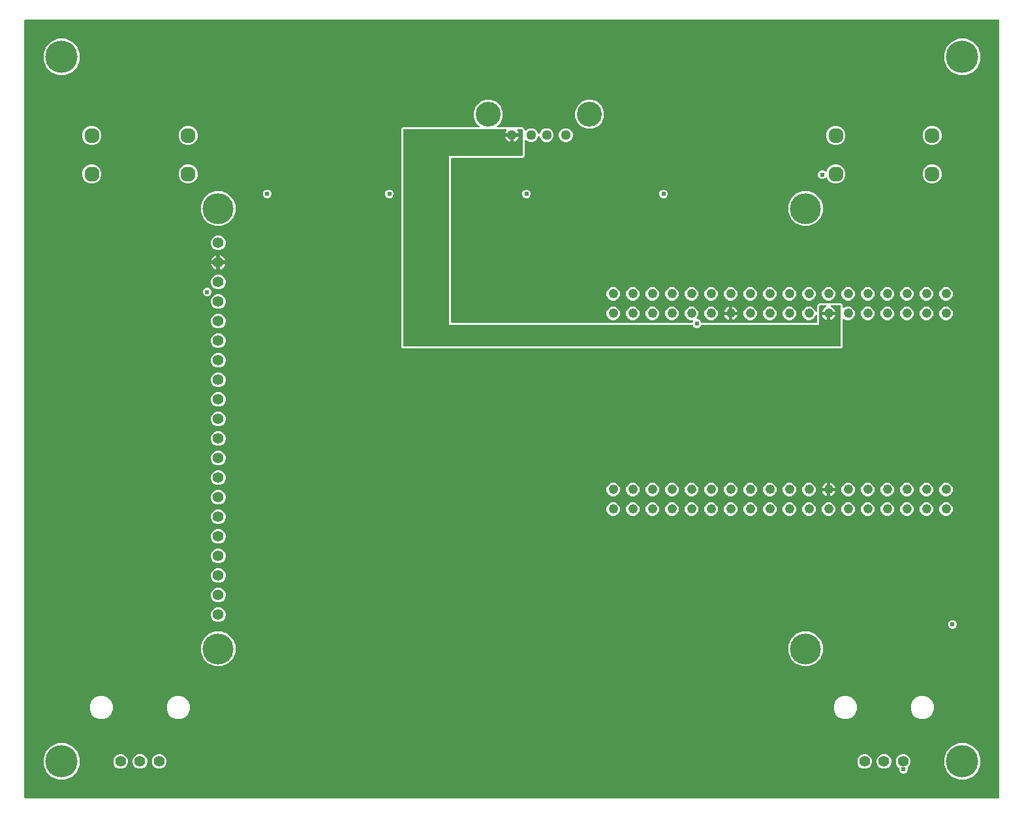
<source format=gbr>
G04 EAGLE Gerber RS-274X export*
G75*
%MOMM*%
%FSLAX34Y34*%
%LPD*%
%INCopper Layer 15*%
%IPPOS*%
%AMOC8*
5,1,8,0,0,1.08239X$1,22.5*%
G01*
%ADD10C,1.960000*%
%ADD11C,1.400000*%
%ADD12C,1.288000*%
%ADD13C,3.220000*%
%ADD14C,4.191000*%
%ADD15C,1.244600*%
%ADD16C,4.016000*%
%ADD17C,0.609600*%

G36*
X1266308Y2556D02*
X1266308Y2556D01*
X1266427Y2563D01*
X1266465Y2576D01*
X1266506Y2581D01*
X1266616Y2624D01*
X1266729Y2661D01*
X1266764Y2683D01*
X1266801Y2698D01*
X1266897Y2767D01*
X1266998Y2831D01*
X1267026Y2861D01*
X1267059Y2884D01*
X1267135Y2976D01*
X1267216Y3063D01*
X1267236Y3098D01*
X1267261Y3129D01*
X1267312Y3237D01*
X1267370Y3341D01*
X1267380Y3381D01*
X1267397Y3417D01*
X1267419Y3534D01*
X1267449Y3649D01*
X1267453Y3709D01*
X1267457Y3729D01*
X1267455Y3750D01*
X1267459Y3810D01*
X1267459Y1012190D01*
X1267444Y1012308D01*
X1267437Y1012427D01*
X1267424Y1012465D01*
X1267419Y1012506D01*
X1267376Y1012616D01*
X1267339Y1012729D01*
X1267317Y1012764D01*
X1267302Y1012801D01*
X1267233Y1012897D01*
X1267169Y1012998D01*
X1267139Y1013026D01*
X1267116Y1013059D01*
X1267024Y1013135D01*
X1266937Y1013216D01*
X1266902Y1013236D01*
X1266871Y1013261D01*
X1266763Y1013312D01*
X1266659Y1013370D01*
X1266619Y1013380D01*
X1266583Y1013397D01*
X1266466Y1013419D01*
X1266351Y1013449D01*
X1266291Y1013453D01*
X1266271Y1013457D01*
X1266250Y1013455D01*
X1266190Y1013459D01*
X3810Y1013459D01*
X3692Y1013444D01*
X3573Y1013437D01*
X3535Y1013424D01*
X3494Y1013419D01*
X3384Y1013376D01*
X3271Y1013339D01*
X3236Y1013317D01*
X3199Y1013302D01*
X3103Y1013233D01*
X3002Y1013169D01*
X2974Y1013139D01*
X2941Y1013116D01*
X2865Y1013024D01*
X2784Y1012937D01*
X2764Y1012902D01*
X2739Y1012871D01*
X2688Y1012763D01*
X2630Y1012659D01*
X2620Y1012619D01*
X2603Y1012583D01*
X2581Y1012466D01*
X2551Y1012351D01*
X2547Y1012291D01*
X2543Y1012271D01*
X2545Y1012250D01*
X2541Y1012190D01*
X2541Y3810D01*
X2556Y3692D01*
X2563Y3573D01*
X2576Y3535D01*
X2581Y3494D01*
X2624Y3384D01*
X2661Y3271D01*
X2683Y3236D01*
X2698Y3199D01*
X2767Y3103D01*
X2831Y3002D01*
X2861Y2974D01*
X2884Y2941D01*
X2976Y2865D01*
X3063Y2784D01*
X3098Y2764D01*
X3129Y2739D01*
X3237Y2688D01*
X3341Y2630D01*
X3381Y2620D01*
X3417Y2603D01*
X3534Y2581D01*
X3649Y2551D01*
X3709Y2547D01*
X3729Y2543D01*
X3750Y2545D01*
X3810Y2541D01*
X1266190Y2541D01*
X1266308Y2556D01*
G37*
%LPC*%
G36*
X493722Y586739D02*
X493722Y586739D01*
X491489Y588972D01*
X491489Y871528D01*
X493722Y873761D01*
X591813Y873761D01*
X591951Y873778D01*
X592089Y873791D01*
X592109Y873798D01*
X592129Y873801D01*
X592258Y873852D01*
X592389Y873899D01*
X592406Y873910D01*
X592424Y873918D01*
X592537Y873999D01*
X592652Y874077D01*
X592665Y874093D01*
X592682Y874104D01*
X592770Y874212D01*
X592862Y874316D01*
X592872Y874334D01*
X592884Y874349D01*
X592944Y874475D01*
X593007Y874599D01*
X593011Y874619D01*
X593020Y874637D01*
X593046Y874773D01*
X593077Y874909D01*
X593076Y874930D01*
X593080Y874949D01*
X593071Y875088D01*
X593067Y875227D01*
X593061Y875247D01*
X593060Y875267D01*
X593017Y875399D01*
X592979Y875533D01*
X592968Y875550D01*
X592962Y875569D01*
X592887Y875687D01*
X592817Y875807D01*
X592798Y875828D01*
X592792Y875838D01*
X592777Y875852D01*
X592711Y875927D01*
X588497Y880141D01*
X585659Y886992D01*
X585659Y894408D01*
X588497Y901259D01*
X593741Y906503D01*
X600592Y909341D01*
X608008Y909341D01*
X614859Y906503D01*
X620103Y901259D01*
X622941Y894408D01*
X622941Y886992D01*
X620103Y880141D01*
X615889Y875927D01*
X615804Y875818D01*
X615716Y875711D01*
X615707Y875692D01*
X615694Y875676D01*
X615639Y875548D01*
X615580Y875423D01*
X615576Y875403D01*
X615568Y875384D01*
X615546Y875246D01*
X615520Y875110D01*
X615521Y875090D01*
X615518Y875070D01*
X615531Y874931D01*
X615540Y874793D01*
X615546Y874774D01*
X615548Y874754D01*
X615595Y874622D01*
X615638Y874491D01*
X615649Y874473D01*
X615656Y874454D01*
X615734Y874339D01*
X615808Y874222D01*
X615823Y874208D01*
X615834Y874191D01*
X615939Y874099D01*
X616040Y874004D01*
X616057Y873994D01*
X616073Y873981D01*
X616197Y873917D01*
X616318Y873850D01*
X616338Y873845D01*
X616356Y873836D01*
X616492Y873806D01*
X616626Y873771D01*
X616654Y873769D01*
X616666Y873766D01*
X616687Y873767D01*
X616787Y873761D01*
X649278Y873761D01*
X651511Y871528D01*
X651511Y870876D01*
X651528Y870738D01*
X651541Y870599D01*
X651548Y870580D01*
X651551Y870560D01*
X651602Y870431D01*
X651649Y870300D01*
X651660Y870283D01*
X651668Y870264D01*
X651749Y870152D01*
X651827Y870037D01*
X651843Y870023D01*
X651854Y870007D01*
X651962Y869918D01*
X652066Y869826D01*
X652084Y869817D01*
X652099Y869804D01*
X652225Y869745D01*
X652349Y869682D01*
X652369Y869677D01*
X652387Y869669D01*
X652524Y869643D01*
X652659Y869612D01*
X652680Y869613D01*
X652699Y869609D01*
X652838Y869618D01*
X652977Y869622D01*
X652997Y869627D01*
X653017Y869629D01*
X653149Y869671D01*
X653283Y869710D01*
X653300Y869721D01*
X653319Y869727D01*
X653437Y869801D01*
X653557Y869872D01*
X653578Y869890D01*
X653588Y869897D01*
X653602Y869912D01*
X653677Y869978D01*
X654913Y871214D01*
X658214Y872581D01*
X661786Y872581D01*
X665087Y871214D01*
X667614Y868687D01*
X668827Y865757D01*
X668896Y865636D01*
X668961Y865513D01*
X668975Y865498D01*
X668985Y865480D01*
X669082Y865380D01*
X669175Y865278D01*
X669192Y865267D01*
X669206Y865252D01*
X669324Y865179D01*
X669441Y865103D01*
X669460Y865096D01*
X669477Y865086D01*
X669610Y865045D01*
X669742Y865000D01*
X669762Y864998D01*
X669781Y864992D01*
X669920Y864986D01*
X670059Y864974D01*
X670079Y864978D01*
X670099Y864977D01*
X670235Y865005D01*
X670372Y865029D01*
X670390Y865037D01*
X670410Y865041D01*
X670536Y865103D01*
X670662Y865159D01*
X670678Y865172D01*
X670696Y865181D01*
X670802Y865272D01*
X670910Y865358D01*
X670923Y865374D01*
X670938Y865387D01*
X671018Y865502D01*
X671102Y865612D01*
X671114Y865637D01*
X671121Y865647D01*
X671128Y865667D01*
X671173Y865757D01*
X672386Y868687D01*
X674913Y871214D01*
X678214Y872581D01*
X681786Y872581D01*
X685087Y871214D01*
X687614Y868687D01*
X688981Y865386D01*
X688981Y861814D01*
X687614Y858513D01*
X685087Y855986D01*
X681786Y854619D01*
X678214Y854619D01*
X674913Y855986D01*
X672386Y858513D01*
X671173Y861443D01*
X671104Y861564D01*
X671039Y861687D01*
X671025Y861702D01*
X671015Y861720D01*
X670918Y861820D01*
X670825Y861922D01*
X670808Y861933D01*
X670794Y861948D01*
X670675Y862021D01*
X670559Y862097D01*
X670540Y862104D01*
X670523Y862114D01*
X670390Y862155D01*
X670258Y862200D01*
X670238Y862202D01*
X670219Y862208D01*
X670080Y862214D01*
X669941Y862226D01*
X669921Y862222D01*
X669901Y862223D01*
X669765Y862195D01*
X669628Y862171D01*
X669609Y862163D01*
X669590Y862159D01*
X669464Y862097D01*
X669338Y862041D01*
X669322Y862028D01*
X669304Y862019D01*
X669198Y861929D01*
X669090Y861842D01*
X669077Y861826D01*
X669062Y861813D01*
X668982Y861699D01*
X668898Y861588D01*
X668886Y861563D01*
X668879Y861553D01*
X668872Y861533D01*
X668827Y861443D01*
X667614Y858513D01*
X665087Y855986D01*
X661786Y854619D01*
X658214Y854619D01*
X654913Y855986D01*
X653677Y857222D01*
X653568Y857307D01*
X653461Y857396D01*
X653442Y857404D01*
X653426Y857417D01*
X653299Y857472D01*
X653173Y857531D01*
X653153Y857535D01*
X653134Y857543D01*
X652996Y857565D01*
X652860Y857591D01*
X652840Y857590D01*
X652820Y857593D01*
X652681Y857580D01*
X652543Y857571D01*
X652524Y857565D01*
X652504Y857563D01*
X652372Y857516D01*
X652241Y857473D01*
X652223Y857462D01*
X652204Y857456D01*
X652089Y857377D01*
X651972Y857303D01*
X651958Y857288D01*
X651941Y857277D01*
X651849Y857173D01*
X651754Y857071D01*
X651744Y857054D01*
X651731Y857039D01*
X651667Y856914D01*
X651600Y856793D01*
X651595Y856773D01*
X651586Y856755D01*
X651556Y856619D01*
X651521Y856485D01*
X651519Y856457D01*
X651516Y856445D01*
X651517Y856425D01*
X651511Y856324D01*
X651511Y836622D01*
X649278Y834389D01*
X557530Y834389D01*
X557412Y834374D01*
X557293Y834367D01*
X557255Y834354D01*
X557214Y834349D01*
X557104Y834306D01*
X556991Y834269D01*
X556956Y834247D01*
X556919Y834232D01*
X556823Y834163D01*
X556722Y834099D01*
X556694Y834069D01*
X556661Y834046D01*
X556585Y833954D01*
X556504Y833867D01*
X556484Y833832D01*
X556459Y833801D01*
X556408Y833693D01*
X556350Y833589D01*
X556340Y833549D01*
X556323Y833513D01*
X556301Y833396D01*
X556271Y833281D01*
X556267Y833221D01*
X556263Y833201D01*
X556265Y833180D01*
X556261Y833120D01*
X556261Y621030D01*
X556276Y620912D01*
X556283Y620793D01*
X556296Y620755D01*
X556301Y620714D01*
X556344Y620604D01*
X556381Y620491D01*
X556403Y620456D01*
X556418Y620419D01*
X556487Y620323D01*
X556551Y620222D01*
X556581Y620194D01*
X556604Y620161D01*
X556696Y620085D01*
X556783Y620004D01*
X556818Y619984D01*
X556849Y619959D01*
X556957Y619908D01*
X557061Y619850D01*
X557101Y619840D01*
X557137Y619823D01*
X557254Y619801D01*
X557369Y619771D01*
X557429Y619767D01*
X557449Y619763D01*
X557470Y619765D01*
X557530Y619761D01*
X868370Y619761D01*
X868399Y619764D01*
X868428Y619762D01*
X868557Y619784D01*
X868685Y619801D01*
X868713Y619811D01*
X868742Y619816D01*
X868860Y619870D01*
X868981Y619918D01*
X869005Y619935D01*
X869032Y619947D01*
X869133Y620028D01*
X869238Y620104D01*
X869257Y620127D01*
X869280Y620146D01*
X869358Y620249D01*
X869441Y620349D01*
X869454Y620376D01*
X869471Y620400D01*
X869542Y620544D01*
X870013Y621681D01*
X870026Y621729D01*
X870048Y621774D01*
X870068Y621882D01*
X870097Y621988D01*
X870098Y622038D01*
X870107Y622087D01*
X870101Y622196D01*
X870102Y622306D01*
X870091Y622354D01*
X870088Y622404D01*
X870054Y622508D01*
X870028Y622615D01*
X870005Y622659D01*
X869990Y622706D01*
X869931Y622799D01*
X869879Y622896D01*
X869846Y622933D01*
X869819Y622975D01*
X869739Y623050D01*
X869665Y623132D01*
X869624Y623159D01*
X869588Y623193D01*
X869492Y623246D01*
X869400Y623306D01*
X869353Y623323D01*
X869309Y623347D01*
X869203Y623374D01*
X869099Y623410D01*
X869049Y623414D01*
X869001Y623426D01*
X868841Y623436D01*
X866257Y623436D01*
X863036Y624770D01*
X860570Y627236D01*
X859236Y630457D01*
X859236Y633943D01*
X860570Y637164D01*
X863036Y639630D01*
X866257Y640964D01*
X869743Y640964D01*
X872964Y639630D01*
X875430Y637164D01*
X876764Y633943D01*
X876764Y630457D01*
X875430Y627236D01*
X875029Y626836D01*
X874944Y626726D01*
X874855Y626619D01*
X874847Y626600D01*
X874834Y626584D01*
X874779Y626456D01*
X874720Y626331D01*
X874716Y626311D01*
X874708Y626292D01*
X874686Y626154D01*
X874660Y626018D01*
X874661Y625998D01*
X874658Y625978D01*
X874671Y625839D01*
X874680Y625701D01*
X874686Y625682D01*
X874688Y625662D01*
X874735Y625531D01*
X874778Y625399D01*
X874789Y625381D01*
X874796Y625362D01*
X874873Y625248D01*
X874948Y625130D01*
X874963Y625116D01*
X874974Y625099D01*
X875078Y625007D01*
X875180Y624912D01*
X875197Y624902D01*
X875213Y624889D01*
X875336Y624826D01*
X875458Y624758D01*
X875478Y624753D01*
X875496Y624744D01*
X875632Y624714D01*
X875766Y624679D01*
X875794Y624677D01*
X875806Y624674D01*
X875827Y624675D01*
X875927Y624669D01*
X876097Y624669D01*
X878151Y623818D01*
X879723Y622246D01*
X880428Y620544D01*
X880442Y620519D01*
X880451Y620491D01*
X880521Y620381D01*
X880585Y620268D01*
X880606Y620247D01*
X880622Y620222D01*
X880716Y620133D01*
X880806Y620040D01*
X880832Y620024D01*
X880853Y620004D01*
X880967Y619941D01*
X881078Y619873D01*
X881106Y619865D01*
X881132Y619850D01*
X881257Y619818D01*
X881382Y619780D01*
X881411Y619778D01*
X881440Y619771D01*
X881600Y619761D01*
X1029970Y619761D01*
X1030088Y619776D01*
X1030207Y619783D01*
X1030245Y619796D01*
X1030286Y619801D01*
X1030396Y619844D01*
X1030509Y619881D01*
X1030544Y619903D01*
X1030581Y619918D01*
X1030677Y619987D01*
X1030778Y620051D01*
X1030806Y620081D01*
X1030839Y620104D01*
X1030915Y620196D01*
X1030996Y620283D01*
X1031016Y620318D01*
X1031041Y620349D01*
X1031092Y620457D01*
X1031150Y620561D01*
X1031160Y620601D01*
X1031177Y620637D01*
X1031199Y620754D01*
X1031229Y620869D01*
X1031233Y620929D01*
X1031237Y620949D01*
X1031235Y620970D01*
X1031239Y621030D01*
X1031239Y629087D01*
X1031231Y629156D01*
X1031232Y629226D01*
X1031211Y629313D01*
X1031199Y629402D01*
X1031174Y629467D01*
X1031157Y629535D01*
X1031115Y629614D01*
X1031082Y629698D01*
X1031041Y629754D01*
X1031009Y629816D01*
X1030948Y629883D01*
X1030896Y629955D01*
X1030842Y630000D01*
X1030795Y630051D01*
X1030720Y630101D01*
X1030651Y630158D01*
X1030587Y630188D01*
X1030529Y630226D01*
X1030444Y630255D01*
X1030363Y630294D01*
X1030294Y630307D01*
X1030228Y630329D01*
X1030139Y630336D01*
X1030051Y630353D01*
X1029981Y630349D01*
X1029911Y630355D01*
X1029823Y630339D01*
X1029733Y630334D01*
X1029667Y630312D01*
X1029598Y630300D01*
X1029516Y630263D01*
X1029431Y630236D01*
X1029372Y630198D01*
X1029308Y630170D01*
X1029238Y630114D01*
X1029162Y630065D01*
X1029114Y630015D01*
X1029060Y629971D01*
X1029005Y629899D01*
X1028944Y629834D01*
X1028910Y629773D01*
X1028868Y629717D01*
X1028797Y629572D01*
X1027830Y627236D01*
X1025364Y624770D01*
X1022143Y623436D01*
X1018657Y623436D01*
X1015436Y624770D01*
X1012970Y627236D01*
X1011636Y630457D01*
X1011636Y633943D01*
X1012970Y637164D01*
X1015436Y639630D01*
X1018657Y640964D01*
X1022143Y640964D01*
X1025364Y639630D01*
X1027830Y637164D01*
X1028797Y634828D01*
X1028832Y634767D01*
X1028858Y634702D01*
X1028910Y634629D01*
X1028955Y634551D01*
X1029003Y634501D01*
X1029044Y634445D01*
X1029114Y634387D01*
X1029176Y634323D01*
X1029236Y634287D01*
X1029289Y634242D01*
X1029371Y634204D01*
X1029447Y634157D01*
X1029514Y634136D01*
X1029577Y634106D01*
X1029665Y634090D01*
X1029751Y634063D01*
X1029821Y634060D01*
X1029890Y634047D01*
X1029979Y634052D01*
X1030069Y634048D01*
X1030137Y634062D01*
X1030207Y634066D01*
X1030292Y634094D01*
X1030380Y634112D01*
X1030443Y634143D01*
X1030509Y634164D01*
X1030585Y634212D01*
X1030666Y634252D01*
X1030719Y634297D01*
X1030778Y634335D01*
X1030840Y634400D01*
X1030908Y634458D01*
X1030948Y634515D01*
X1030996Y634566D01*
X1031039Y634645D01*
X1031091Y634718D01*
X1031116Y634784D01*
X1031150Y634845D01*
X1031172Y634932D01*
X1031204Y635016D01*
X1031212Y635085D01*
X1031229Y635153D01*
X1031239Y635313D01*
X1031239Y642928D01*
X1033472Y645161D01*
X1062028Y645161D01*
X1064261Y642928D01*
X1064261Y640711D01*
X1064267Y640662D01*
X1064265Y640612D01*
X1064287Y640505D01*
X1064301Y640395D01*
X1064319Y640349D01*
X1064329Y640301D01*
X1064377Y640202D01*
X1064418Y640100D01*
X1064447Y640060D01*
X1064469Y640015D01*
X1064540Y639931D01*
X1064604Y639842D01*
X1064643Y639811D01*
X1064675Y639773D01*
X1064765Y639710D01*
X1064849Y639640D01*
X1064894Y639618D01*
X1064935Y639590D01*
X1065038Y639551D01*
X1065137Y639504D01*
X1065186Y639495D01*
X1065232Y639477D01*
X1065342Y639465D01*
X1065449Y639444D01*
X1065499Y639447D01*
X1065548Y639442D01*
X1065657Y639457D01*
X1065767Y639464D01*
X1065814Y639479D01*
X1065863Y639486D01*
X1066016Y639538D01*
X1069457Y640964D01*
X1072943Y640964D01*
X1076164Y639630D01*
X1078630Y637164D01*
X1079964Y633943D01*
X1079964Y630457D01*
X1078630Y627236D01*
X1076164Y624770D01*
X1072943Y623436D01*
X1069457Y623436D01*
X1066016Y624862D01*
X1065968Y624875D01*
X1065923Y624896D01*
X1065815Y624917D01*
X1065709Y624946D01*
X1065659Y624946D01*
X1065610Y624956D01*
X1065501Y624949D01*
X1065391Y624951D01*
X1065343Y624939D01*
X1065293Y624936D01*
X1065189Y624902D01*
X1065082Y624876D01*
X1065038Y624853D01*
X1064991Y624838D01*
X1064898Y624779D01*
X1064801Y624728D01*
X1064764Y624694D01*
X1064722Y624668D01*
X1064647Y624588D01*
X1064565Y624514D01*
X1064538Y624472D01*
X1064504Y624436D01*
X1064451Y624340D01*
X1064391Y624248D01*
X1064374Y624201D01*
X1064350Y624158D01*
X1064323Y624051D01*
X1064287Y623947D01*
X1064283Y623898D01*
X1064271Y623850D01*
X1064261Y623689D01*
X1064261Y588972D01*
X1062028Y586739D01*
X493722Y586739D01*
G37*
%LPD*%
G36*
X1060568Y589296D02*
X1060568Y589296D01*
X1060687Y589303D01*
X1060725Y589316D01*
X1060766Y589321D01*
X1060876Y589364D01*
X1060989Y589401D01*
X1061024Y589423D01*
X1061061Y589438D01*
X1061157Y589508D01*
X1061258Y589571D01*
X1061286Y589601D01*
X1061319Y589624D01*
X1061395Y589716D01*
X1061476Y589803D01*
X1061496Y589838D01*
X1061521Y589869D01*
X1061572Y589977D01*
X1061630Y590081D01*
X1061640Y590121D01*
X1061657Y590157D01*
X1061679Y590274D01*
X1061709Y590389D01*
X1061713Y590450D01*
X1061717Y590470D01*
X1061715Y590490D01*
X1061719Y590550D01*
X1061719Y641350D01*
X1061704Y641468D01*
X1061697Y641587D01*
X1061684Y641625D01*
X1061679Y641666D01*
X1061636Y641776D01*
X1061599Y641889D01*
X1061577Y641924D01*
X1061562Y641961D01*
X1061493Y642057D01*
X1061429Y642158D01*
X1061399Y642186D01*
X1061376Y642219D01*
X1061284Y642295D01*
X1061197Y642376D01*
X1061162Y642396D01*
X1061131Y642421D01*
X1061023Y642472D01*
X1060919Y642530D01*
X1060879Y642540D01*
X1060843Y642557D01*
X1060726Y642579D01*
X1060611Y642609D01*
X1060551Y642613D01*
X1060531Y642617D01*
X1060510Y642615D01*
X1060450Y642619D01*
X1049927Y642619D01*
X1049858Y642611D01*
X1049788Y642612D01*
X1049701Y642591D01*
X1049612Y642579D01*
X1049547Y642554D01*
X1049479Y642537D01*
X1049400Y642495D01*
X1049316Y642462D01*
X1049260Y642421D01*
X1049198Y642389D01*
X1049132Y642328D01*
X1049059Y642276D01*
X1049014Y642222D01*
X1048963Y642175D01*
X1048913Y642100D01*
X1048856Y642031D01*
X1048826Y641967D01*
X1048788Y641909D01*
X1048759Y641824D01*
X1048720Y641743D01*
X1048707Y641674D01*
X1048685Y641608D01*
X1048678Y641519D01*
X1048661Y641431D01*
X1048665Y641361D01*
X1048659Y641291D01*
X1048675Y641203D01*
X1048680Y641113D01*
X1048702Y641047D01*
X1048714Y640978D01*
X1048751Y640896D01*
X1048778Y640811D01*
X1048816Y640752D01*
X1048844Y640688D01*
X1048900Y640618D01*
X1048949Y640542D01*
X1048999Y640494D01*
X1049043Y640440D01*
X1049115Y640385D01*
X1049180Y640324D01*
X1049241Y640290D01*
X1049297Y640248D01*
X1049442Y640177D01*
X1049951Y639966D01*
X1051387Y639007D01*
X1052607Y637787D01*
X1053566Y636351D01*
X1054227Y634756D01*
X1054293Y634422D01*
X1046753Y634422D01*
X1046634Y634407D01*
X1046516Y634399D01*
X1046477Y634387D01*
X1046437Y634382D01*
X1046326Y634338D01*
X1046213Y634301D01*
X1046179Y634280D01*
X1046141Y634265D01*
X1046045Y634195D01*
X1045945Y634131D01*
X1045917Y634102D01*
X1045884Y634078D01*
X1045808Y633986D01*
X1045804Y633982D01*
X1045797Y633988D01*
X1045773Y634021D01*
X1045681Y634097D01*
X1045594Y634179D01*
X1045559Y634198D01*
X1045528Y634224D01*
X1045420Y634275D01*
X1045316Y634332D01*
X1045277Y634342D01*
X1045240Y634359D01*
X1045123Y634382D01*
X1045008Y634412D01*
X1044948Y634415D01*
X1044928Y634419D01*
X1044907Y634418D01*
X1044847Y634422D01*
X1037307Y634422D01*
X1037373Y634756D01*
X1038034Y636351D01*
X1038993Y637787D01*
X1040213Y639007D01*
X1041649Y639966D01*
X1042158Y640177D01*
X1042211Y640208D01*
X1042212Y640208D01*
X1042219Y640212D01*
X1042284Y640238D01*
X1042356Y640290D01*
X1042435Y640335D01*
X1042485Y640383D01*
X1042541Y640424D01*
X1042599Y640494D01*
X1042663Y640556D01*
X1042699Y640616D01*
X1042744Y640669D01*
X1042782Y640751D01*
X1042829Y640827D01*
X1042850Y640894D01*
X1042880Y640957D01*
X1042896Y641045D01*
X1042923Y641131D01*
X1042926Y641201D01*
X1042939Y641270D01*
X1042934Y641359D01*
X1042938Y641449D01*
X1042924Y641517D01*
X1042920Y641587D01*
X1042892Y641672D01*
X1042874Y641760D01*
X1042843Y641823D01*
X1042822Y641889D01*
X1042774Y641965D01*
X1042734Y642046D01*
X1042689Y642099D01*
X1042651Y642158D01*
X1042586Y642220D01*
X1042528Y642288D01*
X1042471Y642328D01*
X1042420Y642376D01*
X1042341Y642419D01*
X1042268Y642471D01*
X1042202Y642496D01*
X1042141Y642530D01*
X1042054Y642552D01*
X1041970Y642584D01*
X1041901Y642592D01*
X1041833Y642609D01*
X1041673Y642619D01*
X1035050Y642619D01*
X1034932Y642604D01*
X1034813Y642597D01*
X1034775Y642584D01*
X1034734Y642579D01*
X1034624Y642536D01*
X1034511Y642499D01*
X1034476Y642477D01*
X1034439Y642462D01*
X1034343Y642393D01*
X1034242Y642329D01*
X1034214Y642299D01*
X1034181Y642276D01*
X1034106Y642184D01*
X1034024Y642097D01*
X1034004Y642062D01*
X1033979Y642031D01*
X1033928Y641923D01*
X1033870Y641819D01*
X1033860Y641779D01*
X1033843Y641743D01*
X1033821Y641626D01*
X1033791Y641511D01*
X1033787Y641451D01*
X1033783Y641431D01*
X1033785Y641410D01*
X1033784Y641406D01*
X1033783Y641401D01*
X1033784Y641395D01*
X1033781Y641350D01*
X1033781Y617219D01*
X881112Y617219D01*
X881082Y617216D01*
X881053Y617218D01*
X880925Y617196D01*
X880796Y617179D01*
X880768Y617169D01*
X880739Y617163D01*
X880621Y617110D01*
X880500Y617062D01*
X880476Y617045D01*
X880449Y617033D01*
X880348Y616952D01*
X880243Y616876D01*
X880224Y616853D01*
X880201Y616834D01*
X880123Y616730D01*
X880040Y616631D01*
X880028Y616604D01*
X880010Y616580D01*
X879939Y616436D01*
X879723Y615914D01*
X878151Y614342D01*
X876097Y613491D01*
X873873Y613491D01*
X871819Y614342D01*
X870247Y615914D01*
X870031Y616436D01*
X870020Y616456D01*
X870014Y616474D01*
X870011Y616479D01*
X870007Y616489D01*
X869938Y616599D01*
X869874Y616712D01*
X869853Y616733D01*
X869837Y616758D01*
X869743Y616847D01*
X869652Y616940D01*
X869627Y616956D01*
X869606Y616976D01*
X869492Y617039D01*
X869381Y617107D01*
X869353Y617115D01*
X869327Y617130D01*
X869202Y617162D01*
X869077Y617200D01*
X869048Y617202D01*
X869019Y617209D01*
X868858Y617219D01*
X553719Y617219D01*
X553719Y836931D01*
X647700Y836931D01*
X647818Y836946D01*
X647937Y836953D01*
X647975Y836966D01*
X648016Y836971D01*
X648126Y837014D01*
X648239Y837051D01*
X648274Y837073D01*
X648311Y837088D01*
X648407Y837158D01*
X648508Y837221D01*
X648536Y837251D01*
X648569Y837274D01*
X648645Y837366D01*
X648726Y837453D01*
X648746Y837488D01*
X648771Y837519D01*
X648822Y837627D01*
X648880Y837731D01*
X648890Y837771D01*
X648907Y837807D01*
X648929Y837924D01*
X648959Y838039D01*
X648963Y838100D01*
X648967Y838120D01*
X648965Y838140D01*
X648969Y838200D01*
X648969Y869950D01*
X648954Y870068D01*
X648947Y870187D01*
X648934Y870225D01*
X648929Y870266D01*
X648886Y870376D01*
X648849Y870489D01*
X648827Y870524D01*
X648812Y870561D01*
X648743Y870657D01*
X648679Y870758D01*
X648649Y870786D01*
X648626Y870819D01*
X648534Y870895D01*
X648447Y870976D01*
X648412Y870996D01*
X648381Y871021D01*
X648273Y871072D01*
X648169Y871130D01*
X648129Y871140D01*
X648093Y871157D01*
X647976Y871179D01*
X647861Y871209D01*
X647801Y871213D01*
X647781Y871217D01*
X647760Y871215D01*
X647700Y871219D01*
X643085Y871219D01*
X643070Y871217D01*
X643055Y871219D01*
X642912Y871197D01*
X642769Y871179D01*
X642755Y871174D01*
X642741Y871172D01*
X642607Y871115D01*
X642473Y871062D01*
X642461Y871054D01*
X642448Y871048D01*
X642333Y870960D01*
X642216Y870876D01*
X642207Y870864D01*
X642195Y870855D01*
X642105Y870742D01*
X642013Y870631D01*
X642007Y870617D01*
X641998Y870606D01*
X641939Y870473D01*
X641878Y870343D01*
X641875Y870328D01*
X641869Y870315D01*
X641845Y870172D01*
X641818Y870031D01*
X641819Y870016D01*
X641816Y870001D01*
X641829Y869857D01*
X641838Y869713D01*
X641842Y869699D01*
X641843Y869684D01*
X641891Y869548D01*
X641936Y869411D01*
X641944Y869398D01*
X641948Y869384D01*
X642029Y869245D01*
X642959Y867854D01*
X643636Y866220D01*
X643699Y865899D01*
X636030Y865899D01*
X635912Y865884D01*
X635793Y865877D01*
X635755Y865864D01*
X635715Y865859D01*
X635604Y865816D01*
X635491Y865779D01*
X635457Y865757D01*
X635419Y865742D01*
X635323Y865673D01*
X635222Y865609D01*
X635194Y865579D01*
X635162Y865556D01*
X635086Y865464D01*
X635004Y865377D01*
X634996Y865363D01*
X634949Y865438D01*
X634919Y865466D01*
X634895Y865499D01*
X634804Y865575D01*
X634717Y865656D01*
X634682Y865676D01*
X634650Y865701D01*
X634543Y865752D01*
X634438Y865810D01*
X634399Y865820D01*
X634363Y865837D01*
X634246Y865859D01*
X634130Y865889D01*
X634070Y865893D01*
X634050Y865897D01*
X634030Y865895D01*
X633970Y865899D01*
X626301Y865899D01*
X626364Y866220D01*
X627041Y867854D01*
X627971Y869245D01*
X627977Y869258D01*
X627987Y869269D01*
X628048Y869400D01*
X628113Y869529D01*
X628116Y869544D01*
X628122Y869557D01*
X628149Y869698D01*
X628180Y869840D01*
X628179Y869855D01*
X628182Y869870D01*
X628173Y870013D01*
X628168Y870158D01*
X628163Y870172D01*
X628162Y870187D01*
X628118Y870324D01*
X628077Y870463D01*
X628069Y870475D01*
X628064Y870489D01*
X627987Y870612D01*
X627913Y870735D01*
X627902Y870746D01*
X627894Y870758D01*
X627789Y870857D01*
X627686Y870958D01*
X627673Y870966D01*
X627663Y870976D01*
X627536Y871046D01*
X627411Y871118D01*
X627397Y871122D01*
X627384Y871130D01*
X627244Y871166D01*
X627105Y871205D01*
X627090Y871205D01*
X627076Y871209D01*
X626915Y871219D01*
X495300Y871219D01*
X495182Y871204D01*
X495063Y871197D01*
X495025Y871184D01*
X494984Y871179D01*
X494874Y871136D01*
X494761Y871099D01*
X494726Y871077D01*
X494689Y871062D01*
X494593Y870993D01*
X494492Y870929D01*
X494464Y870899D01*
X494431Y870876D01*
X494356Y870784D01*
X494274Y870697D01*
X494254Y870662D01*
X494229Y870631D01*
X494178Y870523D01*
X494120Y870419D01*
X494110Y870379D01*
X494093Y870343D01*
X494071Y870226D01*
X494041Y870111D01*
X494037Y870051D01*
X494033Y870031D01*
X494035Y870010D01*
X494031Y869950D01*
X494031Y590550D01*
X494046Y590432D01*
X494053Y590313D01*
X494066Y590275D01*
X494071Y590234D01*
X494114Y590124D01*
X494151Y590011D01*
X494173Y589976D01*
X494188Y589939D01*
X494258Y589843D01*
X494321Y589742D01*
X494351Y589714D01*
X494374Y589681D01*
X494466Y589606D01*
X494553Y589524D01*
X494588Y589504D01*
X494619Y589479D01*
X494727Y589428D01*
X494831Y589370D01*
X494871Y589360D01*
X494907Y589343D01*
X495024Y589321D01*
X495139Y589291D01*
X495200Y589287D01*
X495220Y589283D01*
X495240Y589285D01*
X495300Y589281D01*
X1060450Y589281D01*
X1060568Y589296D01*
G37*
%LPC*%
G36*
X1214526Y27304D02*
X1214526Y27304D01*
X1205891Y30881D01*
X1199281Y37491D01*
X1195704Y46126D01*
X1195704Y55474D01*
X1199281Y64109D01*
X1205891Y70719D01*
X1214526Y74296D01*
X1223874Y74296D01*
X1232509Y70719D01*
X1239119Y64109D01*
X1242696Y55474D01*
X1242696Y46126D01*
X1239119Y37491D01*
X1232509Y30881D01*
X1223874Y27304D01*
X1214526Y27304D01*
G37*
%LPD*%
%LPC*%
G36*
X1214526Y941704D02*
X1214526Y941704D01*
X1205891Y945281D01*
X1199281Y951891D01*
X1195704Y960526D01*
X1195704Y969874D01*
X1199281Y978509D01*
X1205891Y985119D01*
X1214526Y988696D01*
X1223874Y988696D01*
X1232509Y985119D01*
X1239119Y978509D01*
X1242696Y969874D01*
X1242696Y960526D01*
X1239119Y951891D01*
X1232509Y945281D01*
X1223874Y941704D01*
X1214526Y941704D01*
G37*
%LPD*%
%LPC*%
G36*
X46126Y27304D02*
X46126Y27304D01*
X37491Y30881D01*
X30881Y37491D01*
X27304Y46126D01*
X27304Y55474D01*
X30881Y64109D01*
X37491Y70719D01*
X46126Y74296D01*
X55474Y74296D01*
X64109Y70719D01*
X70719Y64109D01*
X74296Y55474D01*
X74296Y46126D01*
X70719Y37491D01*
X64109Y30881D01*
X55474Y27304D01*
X46126Y27304D01*
G37*
%LPD*%
%LPC*%
G36*
X46126Y941704D02*
X46126Y941704D01*
X37491Y945281D01*
X30881Y951891D01*
X27304Y960526D01*
X27304Y969874D01*
X30881Y978509D01*
X37491Y985119D01*
X46126Y988696D01*
X55474Y988696D01*
X64109Y985119D01*
X70719Y978509D01*
X74296Y969874D01*
X74296Y960526D01*
X70719Y951891D01*
X64109Y945281D01*
X55474Y941704D01*
X46126Y941704D01*
G37*
%LPD*%
%LPC*%
G36*
X1011500Y174229D02*
X1011500Y174229D01*
X1003186Y177673D01*
X996823Y184036D01*
X993379Y192350D01*
X993379Y201350D01*
X996823Y209664D01*
X1003186Y216027D01*
X1011500Y219471D01*
X1020500Y219471D01*
X1028814Y216027D01*
X1035177Y209664D01*
X1038621Y201350D01*
X1038621Y192350D01*
X1035177Y184036D01*
X1028814Y177673D01*
X1020500Y174229D01*
X1011500Y174229D01*
G37*
%LPD*%
%LPC*%
G36*
X249500Y174229D02*
X249500Y174229D01*
X241186Y177673D01*
X234823Y184036D01*
X231379Y192350D01*
X231379Y201350D01*
X234823Y209664D01*
X241186Y216027D01*
X249500Y219471D01*
X258500Y219471D01*
X266814Y216027D01*
X273177Y209664D01*
X276621Y201350D01*
X276621Y192350D01*
X273177Y184036D01*
X266814Y177673D01*
X258500Y174229D01*
X249500Y174229D01*
G37*
%LPD*%
%LPC*%
G36*
X1011500Y745729D02*
X1011500Y745729D01*
X1003186Y749173D01*
X996823Y755536D01*
X993379Y763850D01*
X993379Y772850D01*
X996823Y781164D01*
X1003186Y787527D01*
X1011500Y790971D01*
X1020500Y790971D01*
X1028814Y787527D01*
X1035177Y781164D01*
X1038621Y772850D01*
X1038621Y763850D01*
X1035177Y755536D01*
X1028814Y749173D01*
X1020500Y745729D01*
X1011500Y745729D01*
G37*
%LPD*%
%LPC*%
G36*
X249500Y745729D02*
X249500Y745729D01*
X241186Y749173D01*
X234823Y755536D01*
X231379Y763850D01*
X231379Y772850D01*
X234823Y781164D01*
X241186Y787527D01*
X249500Y790971D01*
X258500Y790971D01*
X266814Y787527D01*
X273177Y781164D01*
X276621Y772850D01*
X276621Y763850D01*
X273177Y755536D01*
X266814Y749173D01*
X258500Y745729D01*
X249500Y745729D01*
G37*
%LPD*%
%LPC*%
G36*
X731992Y872059D02*
X731992Y872059D01*
X725141Y874897D01*
X719897Y880141D01*
X717059Y886992D01*
X717059Y894408D01*
X719897Y901259D01*
X725141Y906503D01*
X731992Y909341D01*
X739408Y909341D01*
X746259Y906503D01*
X751503Y901259D01*
X754341Y894408D01*
X754341Y886992D01*
X751503Y880141D01*
X746259Y874897D01*
X739408Y872059D01*
X731992Y872059D01*
G37*
%LPD*%
%LPC*%
G36*
X1164608Y105759D02*
X1164608Y105759D01*
X1159080Y108049D01*
X1154849Y112280D01*
X1152559Y117808D01*
X1152559Y123792D01*
X1154849Y129320D01*
X1159080Y133551D01*
X1164608Y135841D01*
X1170592Y135841D01*
X1176120Y133551D01*
X1180351Y129320D01*
X1182641Y123792D01*
X1182641Y117808D01*
X1180351Y112280D01*
X1176120Y108049D01*
X1170592Y105759D01*
X1164608Y105759D01*
G37*
%LPD*%
%LPC*%
G36*
X1064608Y105759D02*
X1064608Y105759D01*
X1059080Y108049D01*
X1054849Y112280D01*
X1052559Y117808D01*
X1052559Y123792D01*
X1054849Y129320D01*
X1059080Y133551D01*
X1064608Y135841D01*
X1070592Y135841D01*
X1076120Y133551D01*
X1080351Y129320D01*
X1082641Y123792D01*
X1082641Y117808D01*
X1080351Y112280D01*
X1076120Y108049D01*
X1070592Y105759D01*
X1064608Y105759D01*
G37*
%LPD*%
%LPC*%
G36*
X199408Y105759D02*
X199408Y105759D01*
X193880Y108049D01*
X189649Y112280D01*
X187359Y117808D01*
X187359Y123792D01*
X189649Y129320D01*
X193880Y133551D01*
X199408Y135841D01*
X205392Y135841D01*
X210920Y133551D01*
X215151Y129320D01*
X217441Y123792D01*
X217441Y117808D01*
X215151Y112280D01*
X210920Y108049D01*
X205392Y105759D01*
X199408Y105759D01*
G37*
%LPD*%
%LPC*%
G36*
X99408Y105759D02*
X99408Y105759D01*
X93880Y108049D01*
X89649Y112280D01*
X87359Y117808D01*
X87359Y123792D01*
X89649Y129320D01*
X93880Y133551D01*
X99408Y135841D01*
X105392Y135841D01*
X110920Y133551D01*
X115151Y129320D01*
X117441Y123792D01*
X117441Y117808D01*
X115151Y112280D01*
X110920Y108049D01*
X105392Y105759D01*
X99408Y105759D01*
G37*
%LPD*%
%LPC*%
G36*
X1052645Y800859D02*
X1052645Y800859D01*
X1048110Y802738D01*
X1044638Y806210D01*
X1043871Y808061D01*
X1043847Y808104D01*
X1043830Y808151D01*
X1043768Y808242D01*
X1043714Y808337D01*
X1043679Y808373D01*
X1043651Y808414D01*
X1043569Y808486D01*
X1043492Y808565D01*
X1043450Y808591D01*
X1043413Y808624D01*
X1043315Y808674D01*
X1043221Y808732D01*
X1043174Y808746D01*
X1043130Y808769D01*
X1043022Y808793D01*
X1042917Y808825D01*
X1042868Y808828D01*
X1042819Y808839D01*
X1042710Y808835D01*
X1042600Y808840D01*
X1042551Y808830D01*
X1042501Y808829D01*
X1042396Y808798D01*
X1042288Y808776D01*
X1042244Y808754D01*
X1042196Y808740D01*
X1042101Y808685D01*
X1042003Y808636D01*
X1041965Y808604D01*
X1041922Y808579D01*
X1041801Y808472D01*
X1040756Y807427D01*
X1038702Y806576D01*
X1036478Y806576D01*
X1034424Y807427D01*
X1032852Y808999D01*
X1032001Y811053D01*
X1032001Y813277D01*
X1032852Y815331D01*
X1034424Y816903D01*
X1036478Y817754D01*
X1038702Y817754D01*
X1040756Y816903D01*
X1041195Y816464D01*
X1041234Y816433D01*
X1041268Y816397D01*
X1041359Y816336D01*
X1041446Y816269D01*
X1041492Y816249D01*
X1041533Y816222D01*
X1041637Y816186D01*
X1041738Y816143D01*
X1041787Y816135D01*
X1041834Y816119D01*
X1041943Y816110D01*
X1042052Y816093D01*
X1042102Y816097D01*
X1042151Y816093D01*
X1042259Y816112D01*
X1042369Y816122D01*
X1042415Y816139D01*
X1042464Y816148D01*
X1042565Y816193D01*
X1042668Y816230D01*
X1042709Y816258D01*
X1042754Y816278D01*
X1042840Y816347D01*
X1042931Y816409D01*
X1042964Y816446D01*
X1043003Y816477D01*
X1043069Y816565D01*
X1043142Y816647D01*
X1043164Y816691D01*
X1043194Y816731D01*
X1043265Y816876D01*
X1044638Y820190D01*
X1048110Y823662D01*
X1052645Y825541D01*
X1057555Y825541D01*
X1062090Y823662D01*
X1065562Y820190D01*
X1067441Y815655D01*
X1067441Y810745D01*
X1065562Y806210D01*
X1062090Y802738D01*
X1057555Y800859D01*
X1052645Y800859D01*
G37*
%LPD*%
%LPC*%
G36*
X1177645Y800859D02*
X1177645Y800859D01*
X1173110Y802738D01*
X1169638Y806210D01*
X1167759Y810745D01*
X1167759Y815655D01*
X1169638Y820190D01*
X1173110Y823662D01*
X1177645Y825541D01*
X1182555Y825541D01*
X1187090Y823662D01*
X1190562Y820190D01*
X1192441Y815655D01*
X1192441Y810745D01*
X1190562Y806210D01*
X1187090Y802738D01*
X1182555Y800859D01*
X1177645Y800859D01*
G37*
%LPD*%
%LPC*%
G36*
X87445Y800859D02*
X87445Y800859D01*
X82910Y802738D01*
X79438Y806210D01*
X77559Y810745D01*
X77559Y815655D01*
X79438Y820190D01*
X82910Y823662D01*
X87445Y825541D01*
X92355Y825541D01*
X96890Y823662D01*
X100362Y820190D01*
X102241Y815655D01*
X102241Y810745D01*
X100362Y806210D01*
X96890Y802738D01*
X92355Y800859D01*
X87445Y800859D01*
G37*
%LPD*%
%LPC*%
G36*
X212445Y850859D02*
X212445Y850859D01*
X207910Y852738D01*
X204438Y856210D01*
X202559Y860745D01*
X202559Y865655D01*
X204438Y870190D01*
X207910Y873662D01*
X212445Y875541D01*
X217355Y875541D01*
X221890Y873662D01*
X225362Y870190D01*
X227241Y865655D01*
X227241Y860745D01*
X225362Y856210D01*
X221890Y852738D01*
X217355Y850859D01*
X212445Y850859D01*
G37*
%LPD*%
%LPC*%
G36*
X87445Y850859D02*
X87445Y850859D01*
X82910Y852738D01*
X79438Y856210D01*
X77559Y860745D01*
X77559Y865655D01*
X79438Y870190D01*
X82910Y873662D01*
X87445Y875541D01*
X92355Y875541D01*
X96890Y873662D01*
X100362Y870190D01*
X102241Y865655D01*
X102241Y860745D01*
X100362Y856210D01*
X96890Y852738D01*
X92355Y850859D01*
X87445Y850859D01*
G37*
%LPD*%
%LPC*%
G36*
X1052645Y850859D02*
X1052645Y850859D01*
X1048110Y852738D01*
X1044638Y856210D01*
X1042759Y860745D01*
X1042759Y865655D01*
X1044638Y870190D01*
X1048110Y873662D01*
X1052645Y875541D01*
X1057555Y875541D01*
X1062090Y873662D01*
X1065562Y870190D01*
X1067441Y865655D01*
X1067441Y860745D01*
X1065562Y856210D01*
X1062090Y852738D01*
X1057555Y850859D01*
X1052645Y850859D01*
G37*
%LPD*%
%LPC*%
G36*
X212445Y800859D02*
X212445Y800859D01*
X207910Y802738D01*
X204438Y806210D01*
X202559Y810745D01*
X202559Y815655D01*
X204438Y820190D01*
X207910Y823662D01*
X212445Y825541D01*
X217355Y825541D01*
X221890Y823662D01*
X225362Y820190D01*
X227241Y815655D01*
X227241Y810745D01*
X225362Y806210D01*
X221890Y802738D01*
X217355Y800859D01*
X212445Y800859D01*
G37*
%LPD*%
%LPC*%
G36*
X1177645Y850859D02*
X1177645Y850859D01*
X1173110Y852738D01*
X1169638Y856210D01*
X1167759Y860745D01*
X1167759Y865655D01*
X1169638Y870190D01*
X1173110Y873662D01*
X1177645Y875541D01*
X1182555Y875541D01*
X1187090Y873662D01*
X1190562Y870190D01*
X1192441Y865655D01*
X1192441Y860745D01*
X1190562Y856210D01*
X1187090Y852738D01*
X1182555Y850859D01*
X1177645Y850859D01*
G37*
%LPD*%
%LPC*%
G36*
X1141888Y35051D02*
X1141888Y35051D01*
X1139834Y35902D01*
X1138262Y37474D01*
X1137411Y39528D01*
X1137411Y41970D01*
X1137399Y42069D01*
X1137396Y42168D01*
X1137379Y42226D01*
X1137371Y42286D01*
X1137335Y42378D01*
X1137307Y42473D01*
X1137277Y42525D01*
X1137254Y42582D01*
X1137196Y42662D01*
X1137146Y42747D01*
X1137080Y42822D01*
X1137068Y42839D01*
X1137058Y42847D01*
X1137040Y42868D01*
X1134512Y45396D01*
X1133059Y48902D01*
X1133059Y52698D01*
X1134512Y56204D01*
X1137196Y58888D01*
X1140702Y60341D01*
X1144498Y60341D01*
X1148004Y58888D01*
X1150688Y56204D01*
X1152141Y52698D01*
X1152141Y48902D01*
X1150688Y45396D01*
X1148736Y43443D01*
X1148718Y43420D01*
X1148695Y43401D01*
X1148621Y43295D01*
X1148541Y43192D01*
X1148529Y43165D01*
X1148512Y43141D01*
X1148466Y43020D01*
X1148415Y42900D01*
X1148410Y42871D01*
X1148400Y42844D01*
X1148385Y42715D01*
X1148365Y42586D01*
X1148368Y42557D01*
X1148364Y42527D01*
X1148383Y42399D01*
X1148395Y42270D01*
X1148405Y42242D01*
X1148409Y42213D01*
X1148461Y42060D01*
X1148589Y41752D01*
X1148589Y39528D01*
X1147738Y37474D01*
X1146166Y35902D01*
X1144112Y35051D01*
X1141888Y35051D01*
G37*
%LPD*%
%LPC*%
G36*
X252102Y587359D02*
X252102Y587359D01*
X248596Y588812D01*
X245912Y591496D01*
X244459Y595002D01*
X244459Y598798D01*
X245912Y602304D01*
X248596Y604988D01*
X252102Y606441D01*
X255898Y606441D01*
X259404Y604988D01*
X262088Y602304D01*
X263541Y598798D01*
X263541Y595002D01*
X262088Y591496D01*
X259404Y588812D01*
X255898Y587359D01*
X252102Y587359D01*
G37*
%LPD*%
%LPC*%
G36*
X125502Y41259D02*
X125502Y41259D01*
X121996Y42712D01*
X119312Y45396D01*
X117859Y48902D01*
X117859Y52698D01*
X119312Y56204D01*
X121996Y58888D01*
X125502Y60341D01*
X129298Y60341D01*
X132804Y58888D01*
X135488Y56204D01*
X136941Y52698D01*
X136941Y48902D01*
X135488Y45396D01*
X132804Y42712D01*
X129298Y41259D01*
X125502Y41259D01*
G37*
%LPD*%
%LPC*%
G36*
X150502Y41259D02*
X150502Y41259D01*
X146996Y42712D01*
X144312Y45396D01*
X142859Y48902D01*
X142859Y52698D01*
X144312Y56204D01*
X146996Y58888D01*
X150502Y60341D01*
X154298Y60341D01*
X157804Y58888D01*
X160488Y56204D01*
X161941Y52698D01*
X161941Y48902D01*
X160488Y45396D01*
X157804Y42712D01*
X154298Y41259D01*
X150502Y41259D01*
G37*
%LPD*%
%LPC*%
G36*
X252102Y663559D02*
X252102Y663559D01*
X248596Y665012D01*
X245912Y667696D01*
X244459Y671202D01*
X244459Y674998D01*
X245912Y678504D01*
X248596Y681188D01*
X252102Y682641D01*
X255898Y682641D01*
X259404Y681188D01*
X262088Y678504D01*
X263541Y674998D01*
X263541Y671202D01*
X262088Y667696D01*
X259404Y665012D01*
X255898Y663559D01*
X252102Y663559D01*
G37*
%LPD*%
%LPC*%
G36*
X175502Y41259D02*
X175502Y41259D01*
X171996Y42712D01*
X169312Y45396D01*
X167859Y48902D01*
X167859Y52698D01*
X169312Y56204D01*
X171996Y58888D01*
X175502Y60341D01*
X179298Y60341D01*
X182804Y58888D01*
X185488Y56204D01*
X186941Y52698D01*
X186941Y48902D01*
X185488Y45396D01*
X182804Y42712D01*
X179298Y41259D01*
X175502Y41259D01*
G37*
%LPD*%
%LPC*%
G36*
X1090702Y41259D02*
X1090702Y41259D01*
X1087196Y42712D01*
X1084512Y45396D01*
X1083059Y48902D01*
X1083059Y52698D01*
X1084512Y56204D01*
X1087196Y58888D01*
X1090702Y60341D01*
X1094498Y60341D01*
X1098004Y58888D01*
X1100688Y56204D01*
X1102141Y52698D01*
X1102141Y48902D01*
X1100688Y45396D01*
X1098004Y42712D01*
X1094498Y41259D01*
X1090702Y41259D01*
G37*
%LPD*%
%LPC*%
G36*
X1115702Y41259D02*
X1115702Y41259D01*
X1112196Y42712D01*
X1109512Y45396D01*
X1108059Y48902D01*
X1108059Y52698D01*
X1109512Y56204D01*
X1112196Y58888D01*
X1115702Y60341D01*
X1119498Y60341D01*
X1123004Y58888D01*
X1125688Y56204D01*
X1127141Y52698D01*
X1127141Y48902D01*
X1125688Y45396D01*
X1123004Y42712D01*
X1119498Y41259D01*
X1115702Y41259D01*
G37*
%LPD*%
%LPC*%
G36*
X252102Y612759D02*
X252102Y612759D01*
X248596Y614212D01*
X245912Y616896D01*
X244459Y620402D01*
X244459Y624198D01*
X245912Y627704D01*
X248596Y630388D01*
X252102Y631841D01*
X255898Y631841D01*
X259404Y630388D01*
X262088Y627704D01*
X263541Y624198D01*
X263541Y620402D01*
X262088Y616896D01*
X259404Y614212D01*
X255898Y612759D01*
X252102Y612759D01*
G37*
%LPD*%
%LPC*%
G36*
X252102Y714359D02*
X252102Y714359D01*
X248596Y715812D01*
X245912Y718496D01*
X244459Y722002D01*
X244459Y725798D01*
X245912Y729304D01*
X248596Y731988D01*
X252102Y733441D01*
X255898Y733441D01*
X259404Y731988D01*
X262088Y729304D01*
X263541Y725798D01*
X263541Y722002D01*
X262088Y718496D01*
X259404Y715812D01*
X255898Y714359D01*
X252102Y714359D01*
G37*
%LPD*%
%LPC*%
G36*
X252102Y231759D02*
X252102Y231759D01*
X248596Y233212D01*
X245912Y235896D01*
X244459Y239402D01*
X244459Y243198D01*
X245912Y246704D01*
X248596Y249388D01*
X252102Y250841D01*
X255898Y250841D01*
X259404Y249388D01*
X262088Y246704D01*
X263541Y243198D01*
X263541Y239402D01*
X262088Y235896D01*
X259404Y233212D01*
X255898Y231759D01*
X252102Y231759D01*
G37*
%LPD*%
%LPC*%
G36*
X252102Y257159D02*
X252102Y257159D01*
X248596Y258612D01*
X245912Y261296D01*
X244459Y264802D01*
X244459Y268598D01*
X245912Y272104D01*
X248596Y274788D01*
X252102Y276241D01*
X255898Y276241D01*
X259404Y274788D01*
X262088Y272104D01*
X263541Y268598D01*
X263541Y264802D01*
X262088Y261296D01*
X259404Y258612D01*
X255898Y257159D01*
X252102Y257159D01*
G37*
%LPD*%
%LPC*%
G36*
X252102Y282559D02*
X252102Y282559D01*
X248596Y284012D01*
X245912Y286696D01*
X244459Y290202D01*
X244459Y293998D01*
X245912Y297504D01*
X248596Y300188D01*
X252102Y301641D01*
X255898Y301641D01*
X259404Y300188D01*
X262088Y297504D01*
X263541Y293998D01*
X263541Y290202D01*
X262088Y286696D01*
X259404Y284012D01*
X255898Y282559D01*
X252102Y282559D01*
G37*
%LPD*%
%LPC*%
G36*
X252102Y307959D02*
X252102Y307959D01*
X248596Y309412D01*
X245912Y312096D01*
X244459Y315602D01*
X244459Y319398D01*
X245912Y322904D01*
X248596Y325588D01*
X252102Y327041D01*
X255898Y327041D01*
X259404Y325588D01*
X262088Y322904D01*
X263541Y319398D01*
X263541Y315602D01*
X262088Y312096D01*
X259404Y309412D01*
X255898Y307959D01*
X252102Y307959D01*
G37*
%LPD*%
%LPC*%
G36*
X252102Y333359D02*
X252102Y333359D01*
X248596Y334812D01*
X245912Y337496D01*
X244459Y341002D01*
X244459Y344798D01*
X245912Y348304D01*
X248596Y350988D01*
X252102Y352441D01*
X255898Y352441D01*
X259404Y350988D01*
X262088Y348304D01*
X263541Y344798D01*
X263541Y341002D01*
X262088Y337496D01*
X259404Y334812D01*
X255898Y333359D01*
X252102Y333359D01*
G37*
%LPD*%
%LPC*%
G36*
X252102Y358759D02*
X252102Y358759D01*
X248596Y360212D01*
X245912Y362896D01*
X244459Y366402D01*
X244459Y370198D01*
X245912Y373704D01*
X248596Y376388D01*
X252102Y377841D01*
X255898Y377841D01*
X259404Y376388D01*
X262088Y373704D01*
X263541Y370198D01*
X263541Y366402D01*
X262088Y362896D01*
X259404Y360212D01*
X255898Y358759D01*
X252102Y358759D01*
G37*
%LPD*%
%LPC*%
G36*
X252102Y384159D02*
X252102Y384159D01*
X248596Y385612D01*
X245912Y388296D01*
X244459Y391802D01*
X244459Y395598D01*
X245912Y399104D01*
X248596Y401788D01*
X252102Y403241D01*
X255898Y403241D01*
X259404Y401788D01*
X262088Y399104D01*
X263541Y395598D01*
X263541Y391802D01*
X262088Y388296D01*
X259404Y385612D01*
X255898Y384159D01*
X252102Y384159D01*
G37*
%LPD*%
%LPC*%
G36*
X252102Y409559D02*
X252102Y409559D01*
X248596Y411012D01*
X245912Y413696D01*
X244459Y417202D01*
X244459Y420998D01*
X245912Y424504D01*
X248596Y427188D01*
X252102Y428641D01*
X255898Y428641D01*
X259404Y427188D01*
X262088Y424504D01*
X263541Y420998D01*
X263541Y417202D01*
X262088Y413696D01*
X259404Y411012D01*
X255898Y409559D01*
X252102Y409559D01*
G37*
%LPD*%
%LPC*%
G36*
X252102Y434959D02*
X252102Y434959D01*
X248596Y436412D01*
X245912Y439096D01*
X244459Y442602D01*
X244459Y446398D01*
X245912Y449904D01*
X248596Y452588D01*
X252102Y454041D01*
X255898Y454041D01*
X259404Y452588D01*
X262088Y449904D01*
X263541Y446398D01*
X263541Y442602D01*
X262088Y439096D01*
X259404Y436412D01*
X255898Y434959D01*
X252102Y434959D01*
G37*
%LPD*%
%LPC*%
G36*
X252102Y460359D02*
X252102Y460359D01*
X248596Y461812D01*
X245912Y464496D01*
X244459Y468002D01*
X244459Y471798D01*
X245912Y475304D01*
X248596Y477988D01*
X252102Y479441D01*
X255898Y479441D01*
X259404Y477988D01*
X262088Y475304D01*
X263541Y471798D01*
X263541Y468002D01*
X262088Y464496D01*
X259404Y461812D01*
X255898Y460359D01*
X252102Y460359D01*
G37*
%LPD*%
%LPC*%
G36*
X252102Y485759D02*
X252102Y485759D01*
X248596Y487212D01*
X245912Y489896D01*
X244459Y493402D01*
X244459Y497198D01*
X245912Y500704D01*
X248596Y503388D01*
X252102Y504841D01*
X255898Y504841D01*
X259404Y503388D01*
X262088Y500704D01*
X263541Y497198D01*
X263541Y493402D01*
X262088Y489896D01*
X259404Y487212D01*
X255898Y485759D01*
X252102Y485759D01*
G37*
%LPD*%
%LPC*%
G36*
X252102Y511159D02*
X252102Y511159D01*
X248596Y512612D01*
X245912Y515296D01*
X244459Y518802D01*
X244459Y522598D01*
X245912Y526104D01*
X248596Y528788D01*
X252102Y530241D01*
X255898Y530241D01*
X259404Y528788D01*
X262088Y526104D01*
X263541Y522598D01*
X263541Y518802D01*
X262088Y515296D01*
X259404Y512612D01*
X255898Y511159D01*
X252102Y511159D01*
G37*
%LPD*%
%LPC*%
G36*
X252102Y536559D02*
X252102Y536559D01*
X248596Y538012D01*
X245912Y540696D01*
X244459Y544202D01*
X244459Y547998D01*
X245912Y551504D01*
X248596Y554188D01*
X252102Y555641D01*
X255898Y555641D01*
X259404Y554188D01*
X262088Y551504D01*
X263541Y547998D01*
X263541Y544202D01*
X262088Y540696D01*
X259404Y538012D01*
X255898Y536559D01*
X252102Y536559D01*
G37*
%LPD*%
%LPC*%
G36*
X252102Y561959D02*
X252102Y561959D01*
X248596Y563412D01*
X245912Y566096D01*
X244459Y569602D01*
X244459Y573398D01*
X245912Y576904D01*
X248596Y579588D01*
X252102Y581041D01*
X255898Y581041D01*
X259404Y579588D01*
X262088Y576904D01*
X263541Y573398D01*
X263541Y569602D01*
X262088Y566096D01*
X259404Y563412D01*
X255898Y561959D01*
X252102Y561959D01*
G37*
%LPD*%
%LPC*%
G36*
X252102Y638159D02*
X252102Y638159D01*
X248596Y639612D01*
X245912Y642296D01*
X244459Y645802D01*
X244459Y649598D01*
X245912Y653104D01*
X248596Y655788D01*
X252102Y657241D01*
X255898Y657241D01*
X259404Y655788D01*
X262088Y653104D01*
X263541Y649598D01*
X263541Y645802D01*
X262088Y642296D01*
X259404Y639612D01*
X255898Y638159D01*
X252102Y638159D01*
G37*
%LPD*%
%LPC*%
G36*
X703214Y854619D02*
X703214Y854619D01*
X699913Y855986D01*
X697386Y858513D01*
X696019Y861814D01*
X696019Y865386D01*
X697386Y868687D01*
X699913Y871214D01*
X703214Y872581D01*
X706786Y872581D01*
X710087Y871214D01*
X712614Y868687D01*
X713981Y865386D01*
X713981Y861814D01*
X712614Y858513D01*
X710087Y855986D01*
X706786Y854619D01*
X703214Y854619D01*
G37*
%LPD*%
%LPC*%
G36*
X764657Y623436D02*
X764657Y623436D01*
X761436Y624770D01*
X758970Y627236D01*
X757636Y630457D01*
X757636Y633943D01*
X758970Y637164D01*
X761436Y639630D01*
X764657Y640964D01*
X768143Y640964D01*
X771364Y639630D01*
X773830Y637164D01*
X775164Y633943D01*
X775164Y630457D01*
X773830Y627236D01*
X771364Y624770D01*
X768143Y623436D01*
X764657Y623436D01*
G37*
%LPD*%
%LPC*%
G36*
X790057Y623436D02*
X790057Y623436D01*
X786836Y624770D01*
X784370Y627236D01*
X783036Y630457D01*
X783036Y633943D01*
X784370Y637164D01*
X786836Y639630D01*
X790057Y640964D01*
X793543Y640964D01*
X796764Y639630D01*
X799230Y637164D01*
X800564Y633943D01*
X800564Y630457D01*
X799230Y627236D01*
X796764Y624770D01*
X793543Y623436D01*
X790057Y623436D01*
G37*
%LPD*%
%LPC*%
G36*
X967857Y623436D02*
X967857Y623436D01*
X964636Y624770D01*
X962170Y627236D01*
X960836Y630457D01*
X960836Y633943D01*
X962170Y637164D01*
X964636Y639630D01*
X967857Y640964D01*
X971343Y640964D01*
X974564Y639630D01*
X977030Y637164D01*
X978364Y633943D01*
X978364Y630457D01*
X977030Y627236D01*
X974564Y624770D01*
X971343Y623436D01*
X967857Y623436D01*
G37*
%LPD*%
%LPC*%
G36*
X1196457Y623436D02*
X1196457Y623436D01*
X1193236Y624770D01*
X1190770Y627236D01*
X1189436Y630457D01*
X1189436Y633943D01*
X1190770Y637164D01*
X1193236Y639630D01*
X1196457Y640964D01*
X1199943Y640964D01*
X1203164Y639630D01*
X1205630Y637164D01*
X1206964Y633943D01*
X1206964Y630457D01*
X1205630Y627236D01*
X1203164Y624770D01*
X1199943Y623436D01*
X1196457Y623436D01*
G37*
%LPD*%
%LPC*%
G36*
X1171057Y623436D02*
X1171057Y623436D01*
X1167836Y624770D01*
X1165370Y627236D01*
X1164036Y630457D01*
X1164036Y633943D01*
X1165370Y637164D01*
X1167836Y639630D01*
X1171057Y640964D01*
X1174543Y640964D01*
X1177764Y639630D01*
X1180230Y637164D01*
X1181564Y633943D01*
X1181564Y630457D01*
X1180230Y627236D01*
X1177764Y624770D01*
X1174543Y623436D01*
X1171057Y623436D01*
G37*
%LPD*%
%LPC*%
G36*
X815457Y623436D02*
X815457Y623436D01*
X812236Y624770D01*
X809770Y627236D01*
X808436Y630457D01*
X808436Y633943D01*
X809770Y637164D01*
X812236Y639630D01*
X815457Y640964D01*
X818943Y640964D01*
X822164Y639630D01*
X824630Y637164D01*
X825964Y633943D01*
X825964Y630457D01*
X824630Y627236D01*
X822164Y624770D01*
X818943Y623436D01*
X815457Y623436D01*
G37*
%LPD*%
%LPC*%
G36*
X1120257Y623436D02*
X1120257Y623436D01*
X1117036Y624770D01*
X1114570Y627236D01*
X1113236Y630457D01*
X1113236Y633943D01*
X1114570Y637164D01*
X1117036Y639630D01*
X1120257Y640964D01*
X1123743Y640964D01*
X1126964Y639630D01*
X1129430Y637164D01*
X1130764Y633943D01*
X1130764Y630457D01*
X1129430Y627236D01*
X1126964Y624770D01*
X1123743Y623436D01*
X1120257Y623436D01*
G37*
%LPD*%
%LPC*%
G36*
X1094857Y623436D02*
X1094857Y623436D01*
X1091636Y624770D01*
X1089170Y627236D01*
X1087836Y630457D01*
X1087836Y633943D01*
X1089170Y637164D01*
X1091636Y639630D01*
X1094857Y640964D01*
X1098343Y640964D01*
X1101564Y639630D01*
X1104030Y637164D01*
X1105364Y633943D01*
X1105364Y630457D01*
X1104030Y627236D01*
X1101564Y624770D01*
X1098343Y623436D01*
X1094857Y623436D01*
G37*
%LPD*%
%LPC*%
G36*
X993257Y623436D02*
X993257Y623436D01*
X990036Y624770D01*
X987570Y627236D01*
X986236Y630457D01*
X986236Y633943D01*
X987570Y637164D01*
X990036Y639630D01*
X993257Y640964D01*
X996743Y640964D01*
X999964Y639630D01*
X1002430Y637164D01*
X1003764Y633943D01*
X1003764Y630457D01*
X1002430Y627236D01*
X999964Y624770D01*
X996743Y623436D01*
X993257Y623436D01*
G37*
%LPD*%
%LPC*%
G36*
X942457Y623436D02*
X942457Y623436D01*
X939236Y624770D01*
X936770Y627236D01*
X935436Y630457D01*
X935436Y633943D01*
X936770Y637164D01*
X939236Y639630D01*
X942457Y640964D01*
X945943Y640964D01*
X949164Y639630D01*
X951630Y637164D01*
X952964Y633943D01*
X952964Y630457D01*
X951630Y627236D01*
X949164Y624770D01*
X945943Y623436D01*
X942457Y623436D01*
G37*
%LPD*%
%LPC*%
G36*
X891657Y623436D02*
X891657Y623436D01*
X888436Y624770D01*
X885970Y627236D01*
X884636Y630457D01*
X884636Y633943D01*
X885970Y637164D01*
X888436Y639630D01*
X891657Y640964D01*
X895143Y640964D01*
X898364Y639630D01*
X900830Y637164D01*
X902164Y633943D01*
X902164Y630457D01*
X900830Y627236D01*
X898364Y624770D01*
X895143Y623436D01*
X891657Y623436D01*
G37*
%LPD*%
%LPC*%
G36*
X840857Y623436D02*
X840857Y623436D01*
X837636Y624770D01*
X835170Y627236D01*
X833836Y630457D01*
X833836Y633943D01*
X835170Y637164D01*
X837636Y639630D01*
X840857Y640964D01*
X844343Y640964D01*
X847564Y639630D01*
X850030Y637164D01*
X851364Y633943D01*
X851364Y630457D01*
X850030Y627236D01*
X847564Y624770D01*
X844343Y623436D01*
X840857Y623436D01*
G37*
%LPD*%
%LPC*%
G36*
X1018657Y648836D02*
X1018657Y648836D01*
X1015436Y650170D01*
X1012970Y652636D01*
X1011636Y655857D01*
X1011636Y659343D01*
X1012970Y662564D01*
X1015436Y665030D01*
X1018657Y666364D01*
X1022143Y666364D01*
X1025364Y665030D01*
X1027830Y662564D01*
X1029164Y659343D01*
X1029164Y655857D01*
X1027830Y652636D01*
X1025364Y650170D01*
X1022143Y648836D01*
X1018657Y648836D01*
G37*
%LPD*%
%LPC*%
G36*
X840857Y648836D02*
X840857Y648836D01*
X837636Y650170D01*
X835170Y652636D01*
X833836Y655857D01*
X833836Y659343D01*
X835170Y662564D01*
X837636Y665030D01*
X840857Y666364D01*
X844343Y666364D01*
X847564Y665030D01*
X850030Y662564D01*
X851364Y659343D01*
X851364Y655857D01*
X850030Y652636D01*
X847564Y650170D01*
X844343Y648836D01*
X840857Y648836D01*
G37*
%LPD*%
%LPC*%
G36*
X1145657Y623436D02*
X1145657Y623436D01*
X1142436Y624770D01*
X1139970Y627236D01*
X1138636Y630457D01*
X1138636Y633943D01*
X1139970Y637164D01*
X1142436Y639630D01*
X1145657Y640964D01*
X1149143Y640964D01*
X1152364Y639630D01*
X1154830Y637164D01*
X1156164Y633943D01*
X1156164Y630457D01*
X1154830Y627236D01*
X1152364Y624770D01*
X1149143Y623436D01*
X1145657Y623436D01*
G37*
%LPD*%
%LPC*%
G36*
X866257Y648836D02*
X866257Y648836D01*
X863036Y650170D01*
X860570Y652636D01*
X859236Y655857D01*
X859236Y659343D01*
X860570Y662564D01*
X863036Y665030D01*
X866257Y666364D01*
X869743Y666364D01*
X872964Y665030D01*
X875430Y662564D01*
X876764Y659343D01*
X876764Y655857D01*
X875430Y652636D01*
X872964Y650170D01*
X869743Y648836D01*
X866257Y648836D01*
G37*
%LPD*%
%LPC*%
G36*
X764657Y648836D02*
X764657Y648836D01*
X761436Y650170D01*
X758970Y652636D01*
X757636Y655857D01*
X757636Y659343D01*
X758970Y662564D01*
X761436Y665030D01*
X764657Y666364D01*
X768143Y666364D01*
X771364Y665030D01*
X773830Y662564D01*
X775164Y659343D01*
X775164Y655857D01*
X773830Y652636D01*
X771364Y650170D01*
X768143Y648836D01*
X764657Y648836D01*
G37*
%LPD*%
%LPC*%
G36*
X790057Y648836D02*
X790057Y648836D01*
X786836Y650170D01*
X784370Y652636D01*
X783036Y655857D01*
X783036Y659343D01*
X784370Y662564D01*
X786836Y665030D01*
X790057Y666364D01*
X793543Y666364D01*
X796764Y665030D01*
X799230Y662564D01*
X800564Y659343D01*
X800564Y655857D01*
X799230Y652636D01*
X796764Y650170D01*
X793543Y648836D01*
X790057Y648836D01*
G37*
%LPD*%
%LPC*%
G36*
X993257Y648836D02*
X993257Y648836D01*
X990036Y650170D01*
X987570Y652636D01*
X986236Y655857D01*
X986236Y659343D01*
X987570Y662564D01*
X990036Y665030D01*
X993257Y666364D01*
X996743Y666364D01*
X999964Y665030D01*
X1002430Y662564D01*
X1003764Y659343D01*
X1003764Y655857D01*
X1002430Y652636D01*
X999964Y650170D01*
X996743Y648836D01*
X993257Y648836D01*
G37*
%LPD*%
%LPC*%
G36*
X967857Y648836D02*
X967857Y648836D01*
X964636Y650170D01*
X962170Y652636D01*
X960836Y655857D01*
X960836Y659343D01*
X962170Y662564D01*
X964636Y665030D01*
X967857Y666364D01*
X971343Y666364D01*
X974564Y665030D01*
X977030Y662564D01*
X978364Y659343D01*
X978364Y655857D01*
X977030Y652636D01*
X974564Y650170D01*
X971343Y648836D01*
X967857Y648836D01*
G37*
%LPD*%
%LPC*%
G36*
X942457Y648836D02*
X942457Y648836D01*
X939236Y650170D01*
X936770Y652636D01*
X935436Y655857D01*
X935436Y659343D01*
X936770Y662564D01*
X939236Y665030D01*
X942457Y666364D01*
X945943Y666364D01*
X949164Y665030D01*
X951630Y662564D01*
X952964Y659343D01*
X952964Y655857D01*
X951630Y652636D01*
X949164Y650170D01*
X945943Y648836D01*
X942457Y648836D01*
G37*
%LPD*%
%LPC*%
G36*
X1044057Y648836D02*
X1044057Y648836D01*
X1040836Y650170D01*
X1038370Y652636D01*
X1037036Y655857D01*
X1037036Y659343D01*
X1038370Y662564D01*
X1040836Y665030D01*
X1044057Y666364D01*
X1047543Y666364D01*
X1050764Y665030D01*
X1053230Y662564D01*
X1054564Y659343D01*
X1054564Y655857D01*
X1053230Y652636D01*
X1050764Y650170D01*
X1047543Y648836D01*
X1044057Y648836D01*
G37*
%LPD*%
%LPC*%
G36*
X1069457Y648836D02*
X1069457Y648836D01*
X1066236Y650170D01*
X1063770Y652636D01*
X1062436Y655857D01*
X1062436Y659343D01*
X1063770Y662564D01*
X1066236Y665030D01*
X1069457Y666364D01*
X1072943Y666364D01*
X1076164Y665030D01*
X1078630Y662564D01*
X1079964Y659343D01*
X1079964Y655857D01*
X1078630Y652636D01*
X1076164Y650170D01*
X1072943Y648836D01*
X1069457Y648836D01*
G37*
%LPD*%
%LPC*%
G36*
X1094857Y648836D02*
X1094857Y648836D01*
X1091636Y650170D01*
X1089170Y652636D01*
X1087836Y655857D01*
X1087836Y659343D01*
X1089170Y662564D01*
X1091636Y665030D01*
X1094857Y666364D01*
X1098343Y666364D01*
X1101564Y665030D01*
X1104030Y662564D01*
X1105364Y659343D01*
X1105364Y655857D01*
X1104030Y652636D01*
X1101564Y650170D01*
X1098343Y648836D01*
X1094857Y648836D01*
G37*
%LPD*%
%LPC*%
G36*
X1120257Y648836D02*
X1120257Y648836D01*
X1117036Y650170D01*
X1114570Y652636D01*
X1113236Y655857D01*
X1113236Y659343D01*
X1114570Y662564D01*
X1117036Y665030D01*
X1120257Y666364D01*
X1123743Y666364D01*
X1126964Y665030D01*
X1129430Y662564D01*
X1130764Y659343D01*
X1130764Y655857D01*
X1129430Y652636D01*
X1126964Y650170D01*
X1123743Y648836D01*
X1120257Y648836D01*
G37*
%LPD*%
%LPC*%
G36*
X1145657Y648836D02*
X1145657Y648836D01*
X1142436Y650170D01*
X1139970Y652636D01*
X1138636Y655857D01*
X1138636Y659343D01*
X1139970Y662564D01*
X1142436Y665030D01*
X1145657Y666364D01*
X1149143Y666364D01*
X1152364Y665030D01*
X1154830Y662564D01*
X1156164Y659343D01*
X1156164Y655857D01*
X1154830Y652636D01*
X1152364Y650170D01*
X1149143Y648836D01*
X1145657Y648836D01*
G37*
%LPD*%
%LPC*%
G36*
X1171057Y648836D02*
X1171057Y648836D01*
X1167836Y650170D01*
X1165370Y652636D01*
X1164036Y655857D01*
X1164036Y659343D01*
X1165370Y662564D01*
X1167836Y665030D01*
X1171057Y666364D01*
X1174543Y666364D01*
X1177764Y665030D01*
X1180230Y662564D01*
X1181564Y659343D01*
X1181564Y655857D01*
X1180230Y652636D01*
X1177764Y650170D01*
X1174543Y648836D01*
X1171057Y648836D01*
G37*
%LPD*%
%LPC*%
G36*
X993257Y394836D02*
X993257Y394836D01*
X990036Y396170D01*
X987570Y398636D01*
X986236Y401857D01*
X986236Y405343D01*
X987570Y408564D01*
X990036Y411030D01*
X993257Y412364D01*
X996743Y412364D01*
X999964Y411030D01*
X1002430Y408564D01*
X1003764Y405343D01*
X1003764Y401857D01*
X1002430Y398636D01*
X999964Y396170D01*
X996743Y394836D01*
X993257Y394836D01*
G37*
%LPD*%
%LPC*%
G36*
X891657Y394836D02*
X891657Y394836D01*
X888436Y396170D01*
X885970Y398636D01*
X884636Y401857D01*
X884636Y405343D01*
X885970Y408564D01*
X888436Y411030D01*
X891657Y412364D01*
X895143Y412364D01*
X898364Y411030D01*
X900830Y408564D01*
X902164Y405343D01*
X902164Y401857D01*
X900830Y398636D01*
X898364Y396170D01*
X895143Y394836D01*
X891657Y394836D01*
G37*
%LPD*%
%LPC*%
G36*
X1196457Y394836D02*
X1196457Y394836D01*
X1193236Y396170D01*
X1190770Y398636D01*
X1189436Y401857D01*
X1189436Y405343D01*
X1190770Y408564D01*
X1193236Y411030D01*
X1196457Y412364D01*
X1199943Y412364D01*
X1203164Y411030D01*
X1205630Y408564D01*
X1206964Y405343D01*
X1206964Y401857D01*
X1205630Y398636D01*
X1203164Y396170D01*
X1199943Y394836D01*
X1196457Y394836D01*
G37*
%LPD*%
%LPC*%
G36*
X1171057Y394836D02*
X1171057Y394836D01*
X1167836Y396170D01*
X1165370Y398636D01*
X1164036Y401857D01*
X1164036Y405343D01*
X1165370Y408564D01*
X1167836Y411030D01*
X1171057Y412364D01*
X1174543Y412364D01*
X1177764Y411030D01*
X1180230Y408564D01*
X1181564Y405343D01*
X1181564Y401857D01*
X1180230Y398636D01*
X1177764Y396170D01*
X1174543Y394836D01*
X1171057Y394836D01*
G37*
%LPD*%
%LPC*%
G36*
X1145657Y394836D02*
X1145657Y394836D01*
X1142436Y396170D01*
X1139970Y398636D01*
X1138636Y401857D01*
X1138636Y405343D01*
X1139970Y408564D01*
X1142436Y411030D01*
X1145657Y412364D01*
X1149143Y412364D01*
X1152364Y411030D01*
X1154830Y408564D01*
X1156164Y405343D01*
X1156164Y401857D01*
X1154830Y398636D01*
X1152364Y396170D01*
X1149143Y394836D01*
X1145657Y394836D01*
G37*
%LPD*%
%LPC*%
G36*
X1120257Y394836D02*
X1120257Y394836D01*
X1117036Y396170D01*
X1114570Y398636D01*
X1113236Y401857D01*
X1113236Y405343D01*
X1114570Y408564D01*
X1117036Y411030D01*
X1120257Y412364D01*
X1123743Y412364D01*
X1126964Y411030D01*
X1129430Y408564D01*
X1130764Y405343D01*
X1130764Y401857D01*
X1129430Y398636D01*
X1126964Y396170D01*
X1123743Y394836D01*
X1120257Y394836D01*
G37*
%LPD*%
%LPC*%
G36*
X1094857Y394836D02*
X1094857Y394836D01*
X1091636Y396170D01*
X1089170Y398636D01*
X1087836Y401857D01*
X1087836Y405343D01*
X1089170Y408564D01*
X1091636Y411030D01*
X1094857Y412364D01*
X1098343Y412364D01*
X1101564Y411030D01*
X1104030Y408564D01*
X1105364Y405343D01*
X1105364Y401857D01*
X1104030Y398636D01*
X1101564Y396170D01*
X1098343Y394836D01*
X1094857Y394836D01*
G37*
%LPD*%
%LPC*%
G36*
X1069457Y394836D02*
X1069457Y394836D01*
X1066236Y396170D01*
X1063770Y398636D01*
X1062436Y401857D01*
X1062436Y405343D01*
X1063770Y408564D01*
X1066236Y411030D01*
X1069457Y412364D01*
X1072943Y412364D01*
X1076164Y411030D01*
X1078630Y408564D01*
X1079964Y405343D01*
X1079964Y401857D01*
X1078630Y398636D01*
X1076164Y396170D01*
X1072943Y394836D01*
X1069457Y394836D01*
G37*
%LPD*%
%LPC*%
G36*
X1018657Y394836D02*
X1018657Y394836D01*
X1015436Y396170D01*
X1012970Y398636D01*
X1011636Y401857D01*
X1011636Y405343D01*
X1012970Y408564D01*
X1015436Y411030D01*
X1018657Y412364D01*
X1022143Y412364D01*
X1025364Y411030D01*
X1027830Y408564D01*
X1029164Y405343D01*
X1029164Y401857D01*
X1027830Y398636D01*
X1025364Y396170D01*
X1022143Y394836D01*
X1018657Y394836D01*
G37*
%LPD*%
%LPC*%
G36*
X967857Y394836D02*
X967857Y394836D01*
X964636Y396170D01*
X962170Y398636D01*
X960836Y401857D01*
X960836Y405343D01*
X962170Y408564D01*
X964636Y411030D01*
X967857Y412364D01*
X971343Y412364D01*
X974564Y411030D01*
X977030Y408564D01*
X978364Y405343D01*
X978364Y401857D01*
X977030Y398636D01*
X974564Y396170D01*
X971343Y394836D01*
X967857Y394836D01*
G37*
%LPD*%
%LPC*%
G36*
X942457Y394836D02*
X942457Y394836D01*
X939236Y396170D01*
X936770Y398636D01*
X935436Y401857D01*
X935436Y405343D01*
X936770Y408564D01*
X939236Y411030D01*
X942457Y412364D01*
X945943Y412364D01*
X949164Y411030D01*
X951630Y408564D01*
X952964Y405343D01*
X952964Y401857D01*
X951630Y398636D01*
X949164Y396170D01*
X945943Y394836D01*
X942457Y394836D01*
G37*
%LPD*%
%LPC*%
G36*
X917057Y394836D02*
X917057Y394836D01*
X913836Y396170D01*
X911370Y398636D01*
X910036Y401857D01*
X910036Y405343D01*
X911370Y408564D01*
X913836Y411030D01*
X917057Y412364D01*
X920543Y412364D01*
X923764Y411030D01*
X926230Y408564D01*
X927564Y405343D01*
X927564Y401857D01*
X926230Y398636D01*
X923764Y396170D01*
X920543Y394836D01*
X917057Y394836D01*
G37*
%LPD*%
%LPC*%
G36*
X866257Y394836D02*
X866257Y394836D01*
X863036Y396170D01*
X860570Y398636D01*
X859236Y401857D01*
X859236Y405343D01*
X860570Y408564D01*
X863036Y411030D01*
X866257Y412364D01*
X869743Y412364D01*
X872964Y411030D01*
X875430Y408564D01*
X876764Y405343D01*
X876764Y401857D01*
X875430Y398636D01*
X872964Y396170D01*
X869743Y394836D01*
X866257Y394836D01*
G37*
%LPD*%
%LPC*%
G36*
X840857Y394836D02*
X840857Y394836D01*
X837636Y396170D01*
X835170Y398636D01*
X833836Y401857D01*
X833836Y405343D01*
X835170Y408564D01*
X837636Y411030D01*
X840857Y412364D01*
X844343Y412364D01*
X847564Y411030D01*
X850030Y408564D01*
X851364Y405343D01*
X851364Y401857D01*
X850030Y398636D01*
X847564Y396170D01*
X844343Y394836D01*
X840857Y394836D01*
G37*
%LPD*%
%LPC*%
G36*
X815457Y394836D02*
X815457Y394836D01*
X812236Y396170D01*
X809770Y398636D01*
X808436Y401857D01*
X808436Y405343D01*
X809770Y408564D01*
X812236Y411030D01*
X815457Y412364D01*
X818943Y412364D01*
X822164Y411030D01*
X824630Y408564D01*
X825964Y405343D01*
X825964Y401857D01*
X824630Y398636D01*
X822164Y396170D01*
X818943Y394836D01*
X815457Y394836D01*
G37*
%LPD*%
%LPC*%
G36*
X790057Y394836D02*
X790057Y394836D01*
X786836Y396170D01*
X784370Y398636D01*
X783036Y401857D01*
X783036Y405343D01*
X784370Y408564D01*
X786836Y411030D01*
X790057Y412364D01*
X793543Y412364D01*
X796764Y411030D01*
X799230Y408564D01*
X800564Y405343D01*
X800564Y401857D01*
X799230Y398636D01*
X796764Y396170D01*
X793543Y394836D01*
X790057Y394836D01*
G37*
%LPD*%
%LPC*%
G36*
X764657Y394836D02*
X764657Y394836D01*
X761436Y396170D01*
X758970Y398636D01*
X757636Y401857D01*
X757636Y405343D01*
X758970Y408564D01*
X761436Y411030D01*
X764657Y412364D01*
X768143Y412364D01*
X771364Y411030D01*
X773830Y408564D01*
X775164Y405343D01*
X775164Y401857D01*
X773830Y398636D01*
X771364Y396170D01*
X768143Y394836D01*
X764657Y394836D01*
G37*
%LPD*%
%LPC*%
G36*
X917057Y648836D02*
X917057Y648836D01*
X913836Y650170D01*
X911370Y652636D01*
X910036Y655857D01*
X910036Y659343D01*
X911370Y662564D01*
X913836Y665030D01*
X917057Y666364D01*
X920543Y666364D01*
X923764Y665030D01*
X926230Y662564D01*
X927564Y659343D01*
X927564Y655857D01*
X926230Y652636D01*
X923764Y650170D01*
X920543Y648836D01*
X917057Y648836D01*
G37*
%LPD*%
%LPC*%
G36*
X891657Y648836D02*
X891657Y648836D01*
X888436Y650170D01*
X885970Y652636D01*
X884636Y655857D01*
X884636Y659343D01*
X885970Y662564D01*
X888436Y665030D01*
X891657Y666364D01*
X895143Y666364D01*
X898364Y665030D01*
X900830Y662564D01*
X902164Y659343D01*
X902164Y655857D01*
X900830Y652636D01*
X898364Y650170D01*
X895143Y648836D01*
X891657Y648836D01*
G37*
%LPD*%
%LPC*%
G36*
X1196457Y648836D02*
X1196457Y648836D01*
X1193236Y650170D01*
X1190770Y652636D01*
X1189436Y655857D01*
X1189436Y659343D01*
X1190770Y662564D01*
X1193236Y665030D01*
X1196457Y666364D01*
X1199943Y666364D01*
X1203164Y665030D01*
X1205630Y662564D01*
X1206964Y659343D01*
X1206964Y655857D01*
X1205630Y652636D01*
X1203164Y650170D01*
X1199943Y648836D01*
X1196457Y648836D01*
G37*
%LPD*%
%LPC*%
G36*
X764657Y369436D02*
X764657Y369436D01*
X761436Y370770D01*
X758970Y373236D01*
X757636Y376457D01*
X757636Y379943D01*
X758970Y383164D01*
X761436Y385630D01*
X764657Y386964D01*
X768143Y386964D01*
X771364Y385630D01*
X773830Y383164D01*
X775164Y379943D01*
X775164Y376457D01*
X773830Y373236D01*
X771364Y370770D01*
X768143Y369436D01*
X764657Y369436D01*
G37*
%LPD*%
%LPC*%
G36*
X815457Y648836D02*
X815457Y648836D01*
X812236Y650170D01*
X809770Y652636D01*
X808436Y655857D01*
X808436Y659343D01*
X809770Y662564D01*
X812236Y665030D01*
X815457Y666364D01*
X818943Y666364D01*
X822164Y665030D01*
X824630Y662564D01*
X825964Y659343D01*
X825964Y655857D01*
X824630Y652636D01*
X822164Y650170D01*
X818943Y648836D01*
X815457Y648836D01*
G37*
%LPD*%
%LPC*%
G36*
X1018657Y369436D02*
X1018657Y369436D01*
X1015436Y370770D01*
X1012970Y373236D01*
X1011636Y376457D01*
X1011636Y379943D01*
X1012970Y383164D01*
X1015436Y385630D01*
X1018657Y386964D01*
X1022143Y386964D01*
X1025364Y385630D01*
X1027830Y383164D01*
X1029164Y379943D01*
X1029164Y376457D01*
X1027830Y373236D01*
X1025364Y370770D01*
X1022143Y369436D01*
X1018657Y369436D01*
G37*
%LPD*%
%LPC*%
G36*
X993257Y369436D02*
X993257Y369436D01*
X990036Y370770D01*
X987570Y373236D01*
X986236Y376457D01*
X986236Y379943D01*
X987570Y383164D01*
X990036Y385630D01*
X993257Y386964D01*
X996743Y386964D01*
X999964Y385630D01*
X1002430Y383164D01*
X1003764Y379943D01*
X1003764Y376457D01*
X1002430Y373236D01*
X999964Y370770D01*
X996743Y369436D01*
X993257Y369436D01*
G37*
%LPD*%
%LPC*%
G36*
X1196457Y369436D02*
X1196457Y369436D01*
X1193236Y370770D01*
X1190770Y373236D01*
X1189436Y376457D01*
X1189436Y379943D01*
X1190770Y383164D01*
X1193236Y385630D01*
X1196457Y386964D01*
X1199943Y386964D01*
X1203164Y385630D01*
X1205630Y383164D01*
X1206964Y379943D01*
X1206964Y376457D01*
X1205630Y373236D01*
X1203164Y370770D01*
X1199943Y369436D01*
X1196457Y369436D01*
G37*
%LPD*%
%LPC*%
G36*
X1171057Y369436D02*
X1171057Y369436D01*
X1167836Y370770D01*
X1165370Y373236D01*
X1164036Y376457D01*
X1164036Y379943D01*
X1165370Y383164D01*
X1167836Y385630D01*
X1171057Y386964D01*
X1174543Y386964D01*
X1177764Y385630D01*
X1180230Y383164D01*
X1181564Y379943D01*
X1181564Y376457D01*
X1180230Y373236D01*
X1177764Y370770D01*
X1174543Y369436D01*
X1171057Y369436D01*
G37*
%LPD*%
%LPC*%
G36*
X1145657Y369436D02*
X1145657Y369436D01*
X1142436Y370770D01*
X1139970Y373236D01*
X1138636Y376457D01*
X1138636Y379943D01*
X1139970Y383164D01*
X1142436Y385630D01*
X1145657Y386964D01*
X1149143Y386964D01*
X1152364Y385630D01*
X1154830Y383164D01*
X1156164Y379943D01*
X1156164Y376457D01*
X1154830Y373236D01*
X1152364Y370770D01*
X1149143Y369436D01*
X1145657Y369436D01*
G37*
%LPD*%
%LPC*%
G36*
X1120257Y369436D02*
X1120257Y369436D01*
X1117036Y370770D01*
X1114570Y373236D01*
X1113236Y376457D01*
X1113236Y379943D01*
X1114570Y383164D01*
X1117036Y385630D01*
X1120257Y386964D01*
X1123743Y386964D01*
X1126964Y385630D01*
X1129430Y383164D01*
X1130764Y379943D01*
X1130764Y376457D01*
X1129430Y373236D01*
X1126964Y370770D01*
X1123743Y369436D01*
X1120257Y369436D01*
G37*
%LPD*%
%LPC*%
G36*
X1094857Y369436D02*
X1094857Y369436D01*
X1091636Y370770D01*
X1089170Y373236D01*
X1087836Y376457D01*
X1087836Y379943D01*
X1089170Y383164D01*
X1091636Y385630D01*
X1094857Y386964D01*
X1098343Y386964D01*
X1101564Y385630D01*
X1104030Y383164D01*
X1105364Y379943D01*
X1105364Y376457D01*
X1104030Y373236D01*
X1101564Y370770D01*
X1098343Y369436D01*
X1094857Y369436D01*
G37*
%LPD*%
%LPC*%
G36*
X1069457Y369436D02*
X1069457Y369436D01*
X1066236Y370770D01*
X1063770Y373236D01*
X1062436Y376457D01*
X1062436Y379943D01*
X1063770Y383164D01*
X1066236Y385630D01*
X1069457Y386964D01*
X1072943Y386964D01*
X1076164Y385630D01*
X1078630Y383164D01*
X1079964Y379943D01*
X1079964Y376457D01*
X1078630Y373236D01*
X1076164Y370770D01*
X1072943Y369436D01*
X1069457Y369436D01*
G37*
%LPD*%
%LPC*%
G36*
X1044057Y369436D02*
X1044057Y369436D01*
X1040836Y370770D01*
X1038370Y373236D01*
X1037036Y376457D01*
X1037036Y379943D01*
X1038370Y383164D01*
X1040836Y385630D01*
X1044057Y386964D01*
X1047543Y386964D01*
X1050764Y385630D01*
X1053230Y383164D01*
X1054564Y379943D01*
X1054564Y376457D01*
X1053230Y373236D01*
X1050764Y370770D01*
X1047543Y369436D01*
X1044057Y369436D01*
G37*
%LPD*%
%LPC*%
G36*
X967857Y369436D02*
X967857Y369436D01*
X964636Y370770D01*
X962170Y373236D01*
X960836Y376457D01*
X960836Y379943D01*
X962170Y383164D01*
X964636Y385630D01*
X967857Y386964D01*
X971343Y386964D01*
X974564Y385630D01*
X977030Y383164D01*
X978364Y379943D01*
X978364Y376457D01*
X977030Y373236D01*
X974564Y370770D01*
X971343Y369436D01*
X967857Y369436D01*
G37*
%LPD*%
%LPC*%
G36*
X942457Y369436D02*
X942457Y369436D01*
X939236Y370770D01*
X936770Y373236D01*
X935436Y376457D01*
X935436Y379943D01*
X936770Y383164D01*
X939236Y385630D01*
X942457Y386964D01*
X945943Y386964D01*
X949164Y385630D01*
X951630Y383164D01*
X952964Y379943D01*
X952964Y376457D01*
X951630Y373236D01*
X949164Y370770D01*
X945943Y369436D01*
X942457Y369436D01*
G37*
%LPD*%
%LPC*%
G36*
X917057Y369436D02*
X917057Y369436D01*
X913836Y370770D01*
X911370Y373236D01*
X910036Y376457D01*
X910036Y379943D01*
X911370Y383164D01*
X913836Y385630D01*
X917057Y386964D01*
X920543Y386964D01*
X923764Y385630D01*
X926230Y383164D01*
X927564Y379943D01*
X927564Y376457D01*
X926230Y373236D01*
X923764Y370770D01*
X920543Y369436D01*
X917057Y369436D01*
G37*
%LPD*%
%LPC*%
G36*
X891657Y369436D02*
X891657Y369436D01*
X888436Y370770D01*
X885970Y373236D01*
X884636Y376457D01*
X884636Y379943D01*
X885970Y383164D01*
X888436Y385630D01*
X891657Y386964D01*
X895143Y386964D01*
X898364Y385630D01*
X900830Y383164D01*
X902164Y379943D01*
X902164Y376457D01*
X900830Y373236D01*
X898364Y370770D01*
X895143Y369436D01*
X891657Y369436D01*
G37*
%LPD*%
%LPC*%
G36*
X866257Y369436D02*
X866257Y369436D01*
X863036Y370770D01*
X860570Y373236D01*
X859236Y376457D01*
X859236Y379943D01*
X860570Y383164D01*
X863036Y385630D01*
X866257Y386964D01*
X869743Y386964D01*
X872964Y385630D01*
X875430Y383164D01*
X876764Y379943D01*
X876764Y376457D01*
X875430Y373236D01*
X872964Y370770D01*
X869743Y369436D01*
X866257Y369436D01*
G37*
%LPD*%
%LPC*%
G36*
X840857Y369436D02*
X840857Y369436D01*
X837636Y370770D01*
X835170Y373236D01*
X833836Y376457D01*
X833836Y379943D01*
X835170Y383164D01*
X837636Y385630D01*
X840857Y386964D01*
X844343Y386964D01*
X847564Y385630D01*
X850030Y383164D01*
X851364Y379943D01*
X851364Y376457D01*
X850030Y373236D01*
X847564Y370770D01*
X844343Y369436D01*
X840857Y369436D01*
G37*
%LPD*%
%LPC*%
G36*
X815457Y369436D02*
X815457Y369436D01*
X812236Y370770D01*
X809770Y373236D01*
X808436Y376457D01*
X808436Y379943D01*
X809770Y383164D01*
X812236Y385630D01*
X815457Y386964D01*
X818943Y386964D01*
X822164Y385630D01*
X824630Y383164D01*
X825964Y379943D01*
X825964Y376457D01*
X824630Y373236D01*
X822164Y370770D01*
X818943Y369436D01*
X815457Y369436D01*
G37*
%LPD*%
%LPC*%
G36*
X790057Y369436D02*
X790057Y369436D01*
X786836Y370770D01*
X784370Y373236D01*
X783036Y376457D01*
X783036Y379943D01*
X784370Y383164D01*
X786836Y385630D01*
X790057Y386964D01*
X793543Y386964D01*
X796764Y385630D01*
X799230Y383164D01*
X800564Y379943D01*
X800564Y376457D01*
X799230Y373236D01*
X796764Y370770D01*
X793543Y369436D01*
X790057Y369436D01*
G37*
%LPD*%
%LPC*%
G36*
X316388Y781811D02*
X316388Y781811D01*
X314334Y782662D01*
X312762Y784234D01*
X311911Y786288D01*
X311911Y788512D01*
X312762Y790566D01*
X314334Y792138D01*
X316388Y792989D01*
X318612Y792989D01*
X320666Y792138D01*
X322238Y790566D01*
X323089Y788512D01*
X323089Y786288D01*
X322238Y784234D01*
X320666Y782662D01*
X318612Y781811D01*
X316388Y781811D01*
G37*
%LPD*%
%LPC*%
G36*
X475138Y781811D02*
X475138Y781811D01*
X473084Y782662D01*
X471512Y784234D01*
X470661Y786288D01*
X470661Y788512D01*
X471512Y790566D01*
X473084Y792138D01*
X475138Y792989D01*
X477362Y792989D01*
X479416Y792138D01*
X480988Y790566D01*
X481839Y788512D01*
X481839Y786288D01*
X480988Y784234D01*
X479416Y782662D01*
X477362Y781811D01*
X475138Y781811D01*
G37*
%LPD*%
%LPC*%
G36*
X652938Y781811D02*
X652938Y781811D01*
X650884Y782662D01*
X649312Y784234D01*
X648461Y786288D01*
X648461Y788512D01*
X649312Y790566D01*
X650884Y792138D01*
X652938Y792989D01*
X655162Y792989D01*
X657216Y792138D01*
X658788Y790566D01*
X659639Y788512D01*
X659639Y786288D01*
X658788Y784234D01*
X657216Y782662D01*
X655162Y781811D01*
X652938Y781811D01*
G37*
%LPD*%
%LPC*%
G36*
X238410Y654303D02*
X238410Y654303D01*
X236356Y655154D01*
X234784Y656726D01*
X233933Y658780D01*
X233933Y661004D01*
X234784Y663058D01*
X236356Y664630D01*
X238410Y665481D01*
X240634Y665481D01*
X242688Y664630D01*
X244260Y663058D01*
X245111Y661004D01*
X245111Y658780D01*
X244260Y656726D01*
X242688Y655154D01*
X240634Y654303D01*
X238410Y654303D01*
G37*
%LPD*%
%LPC*%
G36*
X1205388Y223011D02*
X1205388Y223011D01*
X1203334Y223862D01*
X1201762Y225434D01*
X1200911Y227488D01*
X1200911Y229712D01*
X1201762Y231766D01*
X1203334Y233338D01*
X1205388Y234189D01*
X1207612Y234189D01*
X1209666Y233338D01*
X1211238Y231766D01*
X1212089Y229712D01*
X1212089Y227488D01*
X1211238Y225434D01*
X1209666Y223862D01*
X1207612Y223011D01*
X1205388Y223011D01*
G37*
%LPD*%
%LPC*%
G36*
X830738Y781811D02*
X830738Y781811D01*
X828684Y782662D01*
X827112Y784234D01*
X826261Y786288D01*
X826261Y788512D01*
X827112Y790566D01*
X828684Y792138D01*
X830738Y792989D01*
X832962Y792989D01*
X835016Y792138D01*
X836588Y790566D01*
X837439Y788512D01*
X837439Y786288D01*
X836588Y784234D01*
X835016Y782662D01*
X832962Y781811D01*
X830738Y781811D01*
G37*
%LPD*%
%LPC*%
G36*
X256499Y700999D02*
X256499Y700999D01*
X256499Y707720D01*
X257662Y707342D01*
X259001Y706660D01*
X260215Y705777D01*
X261277Y704715D01*
X262160Y703501D01*
X262842Y702162D01*
X263220Y700999D01*
X256499Y700999D01*
G37*
%LPD*%
%LPC*%
G36*
X256499Y696001D02*
X256499Y696001D01*
X263220Y696001D01*
X262842Y694838D01*
X262160Y693499D01*
X261277Y692285D01*
X260215Y691223D01*
X259001Y690340D01*
X257662Y689658D01*
X256499Y689280D01*
X256499Y696001D01*
G37*
%LPD*%
%LPC*%
G36*
X244780Y700999D02*
X244780Y700999D01*
X245158Y702162D01*
X245840Y703501D01*
X246723Y704715D01*
X247785Y705777D01*
X248999Y706660D01*
X250338Y707342D01*
X251501Y707720D01*
X251501Y700999D01*
X244780Y700999D01*
G37*
%LPD*%
%LPC*%
G36*
X250338Y689658D02*
X250338Y689658D01*
X248999Y690340D01*
X247785Y691223D01*
X246723Y692285D01*
X245840Y693499D01*
X245158Y694838D01*
X244780Y696001D01*
X251501Y696001D01*
X251501Y689280D01*
X250338Y689658D01*
G37*
%LPD*%
%LPC*%
G36*
X637299Y861301D02*
X637299Y861301D01*
X643699Y861301D01*
X643636Y860980D01*
X642959Y859346D01*
X641976Y857875D01*
X640725Y856624D01*
X639254Y855641D01*
X637620Y854964D01*
X637299Y854901D01*
X637299Y861301D01*
G37*
%LPD*%
%LPC*%
G36*
X632380Y854964D02*
X632380Y854964D01*
X630746Y855641D01*
X629275Y856624D01*
X628024Y857875D01*
X627041Y859346D01*
X626364Y860980D01*
X626301Y861301D01*
X632701Y861301D01*
X632701Y854901D01*
X632380Y854964D01*
G37*
%LPD*%
%LPC*%
G36*
X921022Y634422D02*
X921022Y634422D01*
X921022Y640693D01*
X921356Y640627D01*
X922951Y639966D01*
X924387Y639007D01*
X925607Y637787D01*
X926566Y636351D01*
X927227Y634756D01*
X927293Y634422D01*
X921022Y634422D01*
G37*
%LPD*%
%LPC*%
G36*
X1048022Y405822D02*
X1048022Y405822D01*
X1048022Y412093D01*
X1048356Y412027D01*
X1049951Y411366D01*
X1051387Y410407D01*
X1052607Y409187D01*
X1053566Y407751D01*
X1054227Y406156D01*
X1054293Y405822D01*
X1048022Y405822D01*
G37*
%LPD*%
%LPC*%
G36*
X1048022Y629978D02*
X1048022Y629978D01*
X1054293Y629978D01*
X1054227Y629644D01*
X1053566Y628049D01*
X1052607Y626613D01*
X1051387Y625393D01*
X1049951Y624434D01*
X1048356Y623773D01*
X1048022Y623707D01*
X1048022Y629978D01*
G37*
%LPD*%
%LPC*%
G36*
X921022Y629978D02*
X921022Y629978D01*
X927293Y629978D01*
X927227Y629644D01*
X926566Y628049D01*
X925607Y626613D01*
X924387Y625393D01*
X922951Y624434D01*
X921356Y623773D01*
X921022Y623707D01*
X921022Y629978D01*
G37*
%LPD*%
%LPC*%
G36*
X1037307Y405822D02*
X1037307Y405822D01*
X1037373Y406156D01*
X1038034Y407751D01*
X1038993Y409187D01*
X1040213Y410407D01*
X1041649Y411366D01*
X1043244Y412027D01*
X1043578Y412093D01*
X1043578Y405822D01*
X1037307Y405822D01*
G37*
%LPD*%
%LPC*%
G36*
X910307Y634422D02*
X910307Y634422D01*
X910373Y634756D01*
X911034Y636351D01*
X911993Y637787D01*
X913213Y639007D01*
X914649Y639966D01*
X916244Y640627D01*
X916578Y640693D01*
X916578Y634422D01*
X910307Y634422D01*
G37*
%LPD*%
%LPC*%
G36*
X1048022Y401378D02*
X1048022Y401378D01*
X1054293Y401378D01*
X1054227Y401044D01*
X1053566Y399449D01*
X1052607Y398013D01*
X1051387Y396793D01*
X1049951Y395834D01*
X1048356Y395173D01*
X1048022Y395107D01*
X1048022Y401378D01*
G37*
%LPD*%
%LPC*%
G36*
X1043244Y395173D02*
X1043244Y395173D01*
X1041649Y395834D01*
X1040213Y396793D01*
X1038993Y398013D01*
X1038034Y399449D01*
X1037373Y401044D01*
X1037307Y401378D01*
X1043578Y401378D01*
X1043578Y395107D01*
X1043244Y395173D01*
G37*
%LPD*%
%LPC*%
G36*
X916244Y623773D02*
X916244Y623773D01*
X914649Y624434D01*
X913213Y625393D01*
X911993Y626613D01*
X911034Y628049D01*
X910373Y629644D01*
X910307Y629978D01*
X916578Y629978D01*
X916578Y623707D01*
X916244Y623773D01*
G37*
%LPD*%
%LPC*%
G36*
X1043244Y623773D02*
X1043244Y623773D01*
X1041649Y624434D01*
X1040213Y625393D01*
X1038993Y626613D01*
X1038034Y628049D01*
X1037373Y629644D01*
X1037307Y629978D01*
X1043578Y629978D01*
X1043578Y623707D01*
X1043244Y623773D01*
G37*
%LPD*%
D10*
X1180100Y863200D03*
X1180100Y813200D03*
X1055100Y813200D03*
X1055100Y863200D03*
D11*
X1092600Y50800D03*
X1117600Y50800D03*
X1142600Y50800D03*
X127400Y50800D03*
X152400Y50800D03*
X177400Y50800D03*
D10*
X214900Y863200D03*
X214900Y813200D03*
X89900Y813200D03*
X89900Y863200D03*
D12*
X635000Y863600D03*
X660000Y863600D03*
X680000Y863600D03*
X705000Y863600D03*
D13*
X604300Y890700D03*
X735700Y890700D03*
D14*
X50800Y965200D03*
X1219200Y965200D03*
X50800Y50800D03*
X1219200Y50800D03*
D15*
X1198200Y378200D03*
X1198200Y403600D03*
X1172800Y378200D03*
X1172800Y403600D03*
X1147400Y378200D03*
X1147400Y403600D03*
X1122000Y378200D03*
X1122000Y403600D03*
X1096600Y378200D03*
X1096600Y403600D03*
X1071200Y378200D03*
X1071200Y403600D03*
X1045800Y378200D03*
X1045800Y403600D03*
X1020400Y378200D03*
X1020400Y403600D03*
X995000Y378200D03*
X995000Y403600D03*
X969600Y378200D03*
X969600Y403600D03*
X944200Y378200D03*
X944200Y403600D03*
X918800Y378200D03*
X918800Y403600D03*
X893400Y378200D03*
X893400Y403600D03*
X868000Y378200D03*
X868000Y403600D03*
X842600Y378200D03*
X842600Y403600D03*
X817200Y378200D03*
X817200Y403600D03*
X791800Y378200D03*
X791800Y403600D03*
X766400Y378200D03*
X766400Y403600D03*
X1198200Y632200D03*
X1198200Y657600D03*
X1172800Y632200D03*
X1172800Y657600D03*
X1147400Y632200D03*
X1147400Y657600D03*
X1122000Y632200D03*
X1122000Y657600D03*
X1096600Y632200D03*
X1096600Y657600D03*
X1071200Y632200D03*
X1071200Y657600D03*
X1045800Y632200D03*
X1045800Y657600D03*
X1020400Y632200D03*
X1020400Y657600D03*
X995000Y632200D03*
X995000Y657600D03*
X969600Y632200D03*
X969600Y657600D03*
X944200Y632200D03*
X944200Y657600D03*
X918800Y632200D03*
X918800Y657600D03*
X893400Y632200D03*
X893400Y657600D03*
X868000Y632200D03*
X868000Y657600D03*
X842600Y632200D03*
X842600Y657600D03*
X817200Y632200D03*
X817200Y657600D03*
X791800Y632200D03*
X791800Y657600D03*
X766400Y632200D03*
X766400Y657600D03*
D11*
X254000Y723900D03*
X254000Y698500D03*
X254000Y673100D03*
X254000Y647700D03*
X254000Y622300D03*
X254000Y596900D03*
X254000Y571500D03*
X254000Y546100D03*
X254000Y520700D03*
X254000Y495300D03*
X254000Y469900D03*
X254000Y444500D03*
X254000Y419100D03*
X254000Y393700D03*
X254000Y368300D03*
X254000Y342900D03*
X254000Y317500D03*
X254000Y292100D03*
X254000Y266700D03*
X254000Y241300D03*
D16*
X254000Y768350D03*
X254000Y196850D03*
X1016000Y768350D03*
X1016000Y196850D03*
D17*
X476250Y787400D03*
X654050Y787400D03*
X831850Y787400D03*
X1206500Y228600D03*
X317500Y787400D03*
X1037590Y812165D03*
X1143000Y40640D03*
X50800Y863600D03*
X1219200Y812800D03*
X285750Y676910D03*
X285750Y308610D03*
X267462Y678676D03*
X267462Y235724D03*
X874985Y619080D03*
X239522Y659892D03*
M02*

</source>
